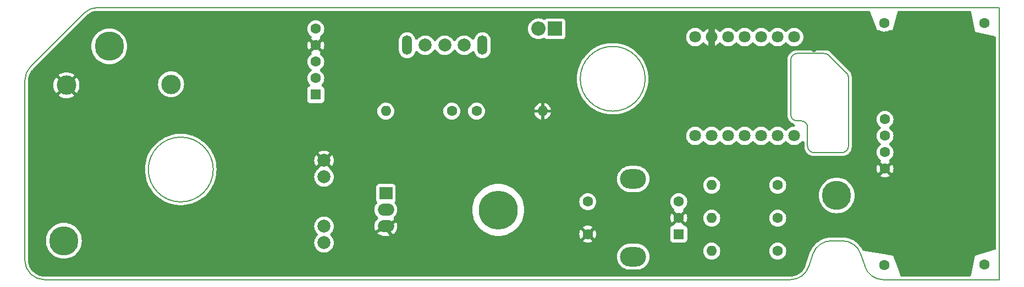
<source format=gbr>
%TF.GenerationSoftware,KiCad,Pcbnew,8.0.4*%
%TF.CreationDate,2024-09-24T16:35:55-04:00*%
%TF.ProjectId,cablight,6361626c-6967-4687-942e-6b696361645f,rev?*%
%TF.SameCoordinates,Original*%
%TF.FileFunction,Copper,L2,Bot*%
%TF.FilePolarity,Positive*%
%FSLAX46Y46*%
G04 Gerber Fmt 4.6, Leading zero omitted, Abs format (unit mm)*
G04 Created by KiCad (PCBNEW 8.0.4) date 2024-09-24 16:35:55*
%MOMM*%
%LPD*%
G01*
G04 APERTURE LIST*
G04 Aperture macros list*
%AMRoundRect*
0 Rectangle with rounded corners*
0 $1 Rounding radius*
0 $2 $3 $4 $5 $6 $7 $8 $9 X,Y pos of 4 corners*
0 Add a 4 corners polygon primitive as box body*
4,1,4,$2,$3,$4,$5,$6,$7,$8,$9,$2,$3,0*
0 Add four circle primitives for the rounded corners*
1,1,$1+$1,$2,$3*
1,1,$1+$1,$4,$5*
1,1,$1+$1,$6,$7*
1,1,$1+$1,$8,$9*
0 Add four rect primitives between the rounded corners*
20,1,$1+$1,$2,$3,$4,$5,0*
20,1,$1+$1,$4,$5,$6,$7,0*
20,1,$1+$1,$6,$7,$8,$9,0*
20,1,$1+$1,$8,$9,$2,$3,0*%
G04 Aperture macros list end*
%TA.AperFunction,ComponentPad*%
%ADD10R,1.600000X1.600000*%
%TD*%
%TA.AperFunction,ComponentPad*%
%ADD11C,1.600000*%
%TD*%
%TA.AperFunction,ComponentPad*%
%ADD12C,1.800000*%
%TD*%
%TA.AperFunction,ComponentPad*%
%ADD13O,1.600000X1.600000*%
%TD*%
%TA.AperFunction,ComponentPad*%
%ADD14C,3.000000*%
%TD*%
%TA.AperFunction,ComponentPad*%
%ADD15RoundRect,1.500000X0.500000X-0.000010X0.500000X0.000010X-0.500000X0.000010X-0.500000X-0.000010X0*%
%TD*%
%TA.AperFunction,ComponentPad*%
%ADD16C,4.500000*%
%TD*%
%TA.AperFunction,ComponentPad*%
%ADD17R,2.200000X2.200000*%
%TD*%
%TA.AperFunction,ComponentPad*%
%ADD18O,2.200000X2.200000*%
%TD*%
%TA.AperFunction,ComponentPad*%
%ADD19O,1.500000X3.000000*%
%TD*%
%TA.AperFunction,ComponentPad*%
%ADD20C,2.000000*%
%TD*%
%TA.AperFunction,ComponentPad*%
%ADD21R,2.000000X1.900000*%
%TD*%
%TA.AperFunction,ComponentPad*%
%ADD22O,2.500000X1.900000*%
%TD*%
%TA.AperFunction,ComponentPad*%
%ADD23C,6.000000*%
%TD*%
%TA.AperFunction,ViaPad*%
%ADD24C,0.900000*%
%TD*%
%TA.AperFunction,Profile*%
%ADD25C,0.150000*%
%TD*%
G04 APERTURE END LIST*
D10*
%TO.P,P1,1,PG*%
%TO.N,unconnected-(P1-PG-Pad1)*%
X154782000Y-93450000D03*
D11*
%TO.P,P1,2,SHDN*%
%TO.N,unconnected-(P1-SHDN-Pad2)*%
X154782000Y-90910000D03*
%TO.P,P1,3,VIN_24V*%
%TO.N,/+24V*%
X154782000Y-88370000D03*
%TO.P,P1,4,GND*%
%TO.N,<NO NET>*%
X154782000Y-85830000D03*
%TO.P,P1,5,VOUT_5V*%
%TO.N,/+5V*%
X154782000Y-83290000D03*
%TD*%
D12*
%TO.P,U1,1,GPIO_18*%
%TO.N,Net-(U1-GPIO_18)*%
X213202000Y-99800000D03*
%TO.P,U1,2,GPIO_17*%
%TO.N,Net-(SW1-S2)*%
X215742000Y-99800000D03*
%TO.P,U1,3,GPIO_9*%
%TO.N,Net-(U1-GPIO_9)*%
X218282000Y-99800000D03*
%TO.P,U1,4,GPIO_8*%
%TO.N,Net-(U1-GPIO_8)*%
X220822000Y-99800000D03*
%TO.P,U1,5,GPIO_7*%
%TO.N,unconnected-(U1-GPIO_7-Pad5)*%
X223362000Y-99800000D03*
%TO.P,U1,6,GPIO_6*%
%TO.N,Net-(S1-Echo)*%
X225902000Y-99800000D03*
%TO.P,U1,7,GPIO_5*%
%TO.N,unconnected-(U1-GPIO_5-Pad7)*%
X228442000Y-99800000D03*
%TO.P,U1,8,GPIO_16*%
%TO.N,Net-(S1-Trig)*%
X228442000Y-84560000D03*
%TO.P,U1,9,GPIO_36*%
%TO.N,unconnected-(U1-GPIO_36-Pad9)*%
X225902000Y-84560000D03*
%TO.P,U1,10,GPIO_37*%
%TO.N,unconnected-(U1-GPIO_37-Pad10)*%
X223362000Y-84560000D03*
%TO.P,U1,11,GPIO_35*%
%TO.N,unconnected-(U1-GPIO_35-Pad11)*%
X220822000Y-84560000D03*
%TO.P,U1,12,3.3V*%
%TO.N,/+3V3*%
X218282000Y-84560000D03*
%TO.P,U1,13,GND*%
%TO.N,<NO NET>*%
X215742000Y-84560000D03*
%TO.P,U1,14,5V*%
%TO.N,/+5V_MCU*%
X213202000Y-84560000D03*
%TD*%
D11*
%TO.P,S1,4,GND*%
%TO.N,<NO NET>*%
X242412000Y-104880000D03*
%TO.P,S1,3,Echo*%
%TO.N,Net-(S1-Echo)*%
X242412000Y-102340000D03*
%TO.P,S1,2,Trig*%
%TO.N,Net-(S1-Trig)*%
X242412000Y-99800000D03*
%TO.P,S1,1,Vin*%
%TO.N,/+3V3*%
X242412000Y-97260000D03*
%TO.P,S1,*%
%TO.N,*%
X242300000Y-119720000D03*
X257700000Y-119695000D03*
X242300000Y-82420000D03*
X257700000Y-82420000D03*
%TD*%
%TO.P,R1,1*%
%TO.N,/+3V3*%
X225902000Y-117580000D03*
D13*
%TO.P,R1,2*%
%TO.N,Net-(U1-GPIO_8)*%
X215742000Y-117580000D03*
%TD*%
D11*
%TO.P,R4,1*%
%TO.N,Net-(U1-GPIO_18)*%
X179547000Y-95990000D03*
D13*
%TO.P,R4,2*%
%TO.N,<NO NET>*%
X189707000Y-95990000D03*
%TD*%
D14*
%TO.P,TP2,1,1*%
%TO.N,/+5V*%
X132500000Y-91850000D03*
%TD*%
D15*
%TO.P,SW1,*%
%TO.N,*%
X203662000Y-118460000D03*
X203662000Y-106460000D03*
D11*
%TO.P,SW1,1,S1*%
%TO.N,<NO NET>*%
X196662000Y-114960000D03*
%TO.P,SW1,2,S2*%
%TO.N,Net-(SW1-S2)*%
X196662000Y-109960000D03*
D10*
%TO.P,SW1,A,A*%
%TO.N,Net-(U1-GPIO_8)*%
X210662000Y-114960000D03*
D11*
%TO.P,SW1,B,B*%
%TO.N,Net-(U1-GPIO_9)*%
X210662000Y-109960000D03*
%TO.P,SW1,C,C*%
%TO.N,<NO NET>*%
X210662000Y-112460000D03*
%TD*%
D16*
%TO.P,REF\u002A\u002A,M*%
%TO.N,N/C*%
X234982000Y-109000000D03*
%TD*%
D11*
%TO.P,R2,1*%
%TO.N,/+3V3*%
X225902000Y-112500000D03*
D13*
%TO.P,R2,2*%
%TO.N,Net-(U1-GPIO_9)*%
X215742000Y-112500000D03*
%TD*%
D17*
%TO.P,D1,1,K*%
%TO.N,/+5V_MCU*%
X191612000Y-83290000D03*
D18*
%TO.P,D1,2,A*%
%TO.N,/+5V_SW*%
X189072000Y-83290000D03*
%TD*%
D19*
%TO.P,SW3,*%
%TO.N,*%
X180442000Y-85830000D03*
D20*
X171642000Y-85830000D03*
D19*
X168842000Y-85830000D03*
D20*
%TO.P,SW3,1*%
%TO.N,/+5V*%
X174642000Y-85830000D03*
%TO.P,SW3,2*%
%TO.N,/+5V_SW*%
X177642000Y-85830000D03*
%TD*%
%TO.P,J1,1,Pin_1*%
%TO.N,/+24V*%
X156052000Y-106150000D03*
%TO.P,J1,2,Pin_2*%
%TO.N,<NO NET>*%
X156052000Y-103610000D03*
%TD*%
D21*
%TO.P,Q1,1,G*%
%TO.N,Net-(Q1-G)*%
X165577000Y-108690000D03*
D22*
%TO.P,Q1,2,D*%
%TO.N,/LED-*%
X165577000Y-111230000D03*
%TO.P,Q1,3,S*%
%TO.N,<NO NET>*%
X165577000Y-113770000D03*
%TD*%
D11*
%TO.P,R5,1*%
%TO.N,Net-(U1-GPIO_18)*%
X175737000Y-95990000D03*
D13*
%TO.P,R5,2*%
%TO.N,Net-(Q1-G)*%
X165577000Y-95990000D03*
%TD*%
D16*
%TO.P,REF\u002A\u002A,M*%
%TO.N,N/C*%
X123000000Y-86000000D03*
%TD*%
D11*
%TO.P,R3,1*%
%TO.N,/+3V3*%
X225902000Y-107420000D03*
D13*
%TO.P,R3,2*%
%TO.N,Net-(SW1-S2)*%
X215742000Y-107420000D03*
%TD*%
D20*
%TO.P,J2,1,Pin_1*%
%TO.N,/LED-*%
X156052000Y-116310000D03*
%TO.P,J2,2,Pin_2*%
%TO.N,/+24V*%
X156052000Y-113770000D03*
%TD*%
D23*
%TO.P,M3,M*%
%TO.N,N/C*%
X182882000Y-111240000D03*
%TD*%
D16*
%TO.P,REF\u002A\u002A,M*%
%TO.N,N/C*%
X116000000Y-116000000D03*
%TD*%
D14*
%TO.P,TP1,1,1*%
%TO.N,<NO NET>*%
X116397000Y-92000000D03*
%TD*%
D24*
%TO.N,<NO NET>*%
X206000000Y-102000000D03*
X240350000Y-97380000D03*
X222750000Y-120000000D03*
X245000000Y-89000000D03*
X240110000Y-88200000D03*
X236500000Y-105500000D03*
X222750000Y-103750000D03*
X252000000Y-113000000D03*
X230000000Y-110500000D03*
X190000000Y-102000000D03*
X239500000Y-110500000D03*
X251000000Y-89000000D03*
X189000000Y-111250000D03*
X254000000Y-95500000D03*
X226000000Y-97000000D03*
X222750000Y-115000000D03*
X183992000Y-85195000D03*
X246000000Y-113000000D03*
X226000000Y-90000000D03*
X239000000Y-101750000D03*
X178500000Y-105000000D03*
X240410000Y-93000000D03*
X213000000Y-104500000D03*
X222750000Y-110000000D03*
X227000000Y-103750000D03*
X235600000Y-84170000D03*
X178500000Y-117000000D03*
X176500000Y-99000000D03*
X254000000Y-107500000D03*
X230500000Y-105500000D03*
X231500000Y-86500000D03*
%TD*%
%TA.AperFunction,Conductor*%
%TO.N,<NO NET>*%
G36*
X239975614Y-80519454D02*
G01*
X240056396Y-80573430D01*
X240110372Y-80654212D01*
X240112857Y-80660448D01*
X241200000Y-83500000D01*
X241200001Y-83500000D01*
X241496538Y-83500000D01*
X241591826Y-83518954D01*
X241639357Y-83545030D01*
X241647266Y-83550568D01*
X241647270Y-83550570D01*
X241647272Y-83550571D01*
X241771008Y-83608270D01*
X241853504Y-83646739D01*
X242073308Y-83705635D01*
X242092984Y-83707356D01*
X242299994Y-83725468D01*
X242300000Y-83725468D01*
X242300006Y-83725468D01*
X242479668Y-83709749D01*
X242526692Y-83705635D01*
X242746496Y-83646739D01*
X242952734Y-83550568D01*
X242960640Y-83545031D01*
X243049565Y-83505903D01*
X243103462Y-83500000D01*
X243600000Y-83500000D01*
X244323217Y-80687488D01*
X244365305Y-80599923D01*
X244437698Y-80535129D01*
X244529377Y-80502971D01*
X244564372Y-80500500D01*
X255469461Y-80500500D01*
X255564749Y-80519454D01*
X255645531Y-80573430D01*
X255699507Y-80654212D01*
X255714121Y-80703213D01*
X256271004Y-83646737D01*
X256300000Y-83800000D01*
X259303129Y-84449325D01*
X259392252Y-84487985D01*
X259459802Y-84557814D01*
X259495488Y-84648178D01*
X259499500Y-84692698D01*
X259499500Y-117163052D01*
X259480546Y-117258340D01*
X259426570Y-117339122D01*
X259345788Y-117393098D01*
X259321458Y-117401728D01*
X256299999Y-118300000D01*
X255650676Y-121303122D01*
X255612013Y-121392252D01*
X255542184Y-121459802D01*
X255451820Y-121495488D01*
X255407300Y-121499500D01*
X245000585Y-121499500D01*
X244905297Y-121480546D01*
X244824515Y-121426570D01*
X244770539Y-121345788D01*
X244765663Y-121333040D01*
X244481964Y-120525589D01*
X243700000Y-118300000D01*
X242257640Y-118051317D01*
X239121865Y-117510665D01*
X239031183Y-117475796D01*
X238960747Y-117408879D01*
X238947335Y-117387690D01*
X238940558Y-117375685D01*
X238803352Y-117132627D01*
X238803345Y-117132617D01*
X238610533Y-116856739D01*
X238442294Y-116659441D01*
X238392136Y-116600619D01*
X238392122Y-116600605D01*
X238150191Y-116366645D01*
X238150175Y-116366630D01*
X237886891Y-116156940D01*
X237886885Y-116156936D01*
X237604693Y-115973466D01*
X237604689Y-115973464D01*
X237604686Y-115973462D01*
X237385218Y-115859091D01*
X237306201Y-115817913D01*
X237306199Y-115817912D01*
X237306195Y-115817910D01*
X236994162Y-115691712D01*
X236994154Y-115691709D01*
X236671465Y-115596031D01*
X236671468Y-115596031D01*
X236341056Y-115531743D01*
X236006021Y-115499450D01*
X235837728Y-115499499D01*
X235756576Y-115499499D01*
X235756560Y-115499500D01*
X234243440Y-115499500D01*
X234243424Y-115499499D01*
X234230818Y-115499499D01*
X233993980Y-115499431D01*
X233993971Y-115499432D01*
X233658952Y-115531721D01*
X233658948Y-115531722D01*
X233658939Y-115531723D01*
X233658936Y-115531724D01*
X233500178Y-115562613D01*
X233328531Y-115596010D01*
X233005823Y-115691696D01*
X232693796Y-115817892D01*
X232395303Y-115973445D01*
X232395287Y-115973455D01*
X232113096Y-116156924D01*
X231849812Y-116366615D01*
X231849795Y-116366630D01*
X231607856Y-116600598D01*
X231607851Y-116600603D01*
X231389445Y-116856734D01*
X231196642Y-117132597D01*
X231196630Y-117132617D01*
X231031165Y-117425734D01*
X231031159Y-117425747D01*
X230894588Y-117733362D01*
X230894585Y-117733369D01*
X230841804Y-117891867D01*
X230841781Y-117891936D01*
X230211191Y-119783702D01*
X230206343Y-119796978D01*
X230109355Y-120040851D01*
X230097438Y-120066476D01*
X229976795Y-120291532D01*
X229962054Y-120315638D01*
X229816681Y-120525589D01*
X229799303Y-120547869D01*
X229631075Y-120739997D01*
X229611289Y-120760161D01*
X229422383Y-120931984D01*
X229400433Y-120949782D01*
X229193266Y-121099101D01*
X229169441Y-121114296D01*
X228946704Y-121239172D01*
X228921311Y-121251571D01*
X228685850Y-121350410D01*
X228659215Y-121359851D01*
X228414076Y-121431373D01*
X228386543Y-121437736D01*
X228134876Y-121481022D01*
X228106800Y-121484224D01*
X227845125Y-121499099D01*
X227830993Y-121499500D01*
X113007528Y-121499500D01*
X112992494Y-121499046D01*
X112713749Y-121482185D01*
X112683899Y-121478560D01*
X112416642Y-121429583D01*
X112387448Y-121422387D01*
X112128049Y-121341555D01*
X112099934Y-121330893D01*
X111852160Y-121219379D01*
X111825535Y-121205405D01*
X111593010Y-121064838D01*
X111568265Y-121047758D01*
X111354383Y-120880193D01*
X111331876Y-120860254D01*
X111139745Y-120668123D01*
X111119806Y-120645616D01*
X110952241Y-120431734D01*
X110935161Y-120406989D01*
X110794594Y-120174464D01*
X110780620Y-120147839D01*
X110780344Y-120147226D01*
X110669103Y-119900059D01*
X110658444Y-119871950D01*
X110633279Y-119791193D01*
X110577610Y-119612546D01*
X110570416Y-119583357D01*
X110563262Y-119544317D01*
X110521437Y-119316088D01*
X110517815Y-119286261D01*
X110500954Y-119007504D01*
X110500500Y-118992471D01*
X110500500Y-116000000D01*
X113244473Y-116000000D01*
X113260230Y-116260500D01*
X113264565Y-116332153D01*
X113324542Y-116659432D01*
X113324544Y-116659442D01*
X113359860Y-116772774D01*
X113413297Y-116944262D01*
X113423539Y-116977128D01*
X113560100Y-117280554D01*
X113732246Y-117565318D01*
X113937452Y-117827245D01*
X113937454Y-117827247D01*
X113937458Y-117827252D01*
X114172748Y-118062542D01*
X114434682Y-118267754D01*
X114719443Y-118439898D01*
X115022877Y-118576463D01*
X115340559Y-118675456D01*
X115667847Y-118735434D01*
X115667848Y-118735434D01*
X115667858Y-118735436D01*
X116000000Y-118755527D01*
X116332142Y-118735436D01*
X116659441Y-118675456D01*
X116977123Y-118576463D01*
X117280557Y-118439898D01*
X117365495Y-118388551D01*
X201161500Y-118388551D01*
X201161500Y-118531448D01*
X201176804Y-118745429D01*
X201237631Y-119025045D01*
X201337631Y-119293158D01*
X201433271Y-119468308D01*
X201474774Y-119544315D01*
X201646261Y-119773395D01*
X201848605Y-119975739D01*
X201969816Y-120066476D01*
X202070030Y-120141496D01*
X202077685Y-120147226D01*
X202296356Y-120266630D01*
X202328841Y-120284368D01*
X202348049Y-120291532D01*
X202596954Y-120384369D01*
X202876572Y-120445196D01*
X203090552Y-120460500D01*
X203090557Y-120460500D01*
X204233443Y-120460500D01*
X204233448Y-120460500D01*
X204447428Y-120445196D01*
X204727046Y-120384369D01*
X204995161Y-120284367D01*
X205246315Y-120147226D01*
X205475395Y-119975739D01*
X205677739Y-119773395D01*
X205849226Y-119544315D01*
X205986367Y-119293161D01*
X206086369Y-119025046D01*
X206147196Y-118745428D01*
X206162500Y-118531448D01*
X206162500Y-118388552D01*
X206147196Y-118174572D01*
X206086369Y-117894954D01*
X205986367Y-117626839D01*
X205960788Y-117579994D01*
X214436532Y-117579994D01*
X214436532Y-117580005D01*
X214456363Y-117806679D01*
X214456365Y-117806694D01*
X214515261Y-118026496D01*
X214515262Y-118026499D01*
X214611428Y-118232727D01*
X214611436Y-118232741D01*
X214721222Y-118389532D01*
X214741953Y-118419139D01*
X214902861Y-118580047D01*
X214902864Y-118580049D01*
X214902865Y-118580050D01*
X215089258Y-118710563D01*
X215089262Y-118710565D01*
X215089266Y-118710568D01*
X215295504Y-118806739D01*
X215515308Y-118865635D01*
X215534984Y-118867356D01*
X215741994Y-118885468D01*
X215742000Y-118885468D01*
X215742006Y-118885468D01*
X215921668Y-118869749D01*
X215968692Y-118865635D01*
X216188496Y-118806739D01*
X216394734Y-118710568D01*
X216581139Y-118580047D01*
X216742047Y-118419139D01*
X216872568Y-118232734D01*
X216968739Y-118026496D01*
X217027635Y-117806692D01*
X217047468Y-117580000D01*
X217047468Y-117579994D01*
X224596532Y-117579994D01*
X224596532Y-117580005D01*
X224616363Y-117806679D01*
X224616365Y-117806694D01*
X224675261Y-118026496D01*
X224675262Y-118026499D01*
X224771428Y-118232727D01*
X224771436Y-118232741D01*
X224881222Y-118389532D01*
X224901953Y-118419139D01*
X225062861Y-118580047D01*
X225062864Y-118580049D01*
X225062865Y-118580050D01*
X225249258Y-118710563D01*
X225249262Y-118710565D01*
X225249266Y-118710568D01*
X225455504Y-118806739D01*
X225675308Y-118865635D01*
X225694984Y-118867356D01*
X225901994Y-118885468D01*
X225902000Y-118885468D01*
X225902006Y-118885468D01*
X226081668Y-118869749D01*
X226128692Y-118865635D01*
X226348496Y-118806739D01*
X226554734Y-118710568D01*
X226741139Y-118580047D01*
X226902047Y-118419139D01*
X227032568Y-118232734D01*
X227128739Y-118026496D01*
X227187635Y-117806692D01*
X227207468Y-117580000D01*
X227207468Y-117579994D01*
X227187636Y-117353320D01*
X227187635Y-117353308D01*
X227128739Y-117133504D01*
X227055817Y-116977123D01*
X227032571Y-116927272D01*
X227032563Y-116927258D01*
X226902050Y-116740865D01*
X226902049Y-116740864D01*
X226902047Y-116740861D01*
X226741139Y-116579953D01*
X226741135Y-116579950D01*
X226741134Y-116579949D01*
X226554741Y-116449436D01*
X226554727Y-116449428D01*
X226348499Y-116353262D01*
X226348496Y-116353261D01*
X226128694Y-116294365D01*
X226128679Y-116294363D01*
X225902006Y-116274532D01*
X225901994Y-116274532D01*
X225675320Y-116294363D01*
X225675305Y-116294365D01*
X225455503Y-116353261D01*
X225455500Y-116353262D01*
X225249272Y-116449428D01*
X225249258Y-116449436D01*
X225062865Y-116579949D01*
X224901949Y-116740865D01*
X224771436Y-116927258D01*
X224771428Y-116927272D01*
X224675262Y-117133500D01*
X224675261Y-117133503D01*
X224616365Y-117353305D01*
X224616363Y-117353320D01*
X224596532Y-117579994D01*
X217047468Y-117579994D01*
X217027636Y-117353320D01*
X217027635Y-117353308D01*
X216968739Y-117133504D01*
X216895817Y-116977123D01*
X216872571Y-116927272D01*
X216872563Y-116927258D01*
X216742050Y-116740865D01*
X216742049Y-116740864D01*
X216742047Y-116740861D01*
X216581139Y-116579953D01*
X216581135Y-116579950D01*
X216581134Y-116579949D01*
X216394741Y-116449436D01*
X216394727Y-116449428D01*
X216188499Y-116353262D01*
X216188496Y-116353261D01*
X215968694Y-116294365D01*
X215968679Y-116294363D01*
X215742006Y-116274532D01*
X215741994Y-116274532D01*
X215515320Y-116294363D01*
X215515305Y-116294365D01*
X215295503Y-116353261D01*
X215295500Y-116353262D01*
X215089272Y-116449428D01*
X215089258Y-116449436D01*
X214902865Y-116579949D01*
X214741949Y-116740865D01*
X214611436Y-116927258D01*
X214611428Y-116927272D01*
X214515262Y-117133500D01*
X214515261Y-117133503D01*
X214456365Y-117353305D01*
X214456363Y-117353320D01*
X214436532Y-117579994D01*
X205960788Y-117579994D01*
X205849226Y-117375685D01*
X205677739Y-117146605D01*
X205475395Y-116944261D01*
X205281181Y-116798874D01*
X205246317Y-116772775D01*
X204995158Y-116635631D01*
X204849970Y-116581479D01*
X204727046Y-116535631D01*
X204727047Y-116535631D01*
X204447429Y-116474804D01*
X204233448Y-116459500D01*
X203090552Y-116459500D01*
X203090551Y-116459500D01*
X202876570Y-116474804D01*
X202596954Y-116535631D01*
X202328841Y-116635631D01*
X202077682Y-116772775D01*
X201917581Y-116892626D01*
X201848605Y-116944261D01*
X201848604Y-116944262D01*
X201646262Y-117146604D01*
X201646260Y-117146607D01*
X201474775Y-117375682D01*
X201337631Y-117626841D01*
X201237631Y-117894954D01*
X201176804Y-118174570D01*
X201161500Y-118388551D01*
X117365495Y-118388551D01*
X117565318Y-118267754D01*
X117827252Y-118062542D01*
X118062542Y-117827252D01*
X118267754Y-117565318D01*
X118439898Y-117280557D01*
X118576463Y-116977123D01*
X118675456Y-116659441D01*
X118735436Y-116332142D01*
X118755527Y-116000000D01*
X118735436Y-115667858D01*
X118675456Y-115340559D01*
X118576463Y-115022877D01*
X118439898Y-114719443D01*
X118267754Y-114434682D01*
X118130023Y-114258881D01*
X118062547Y-114172754D01*
X118062545Y-114172752D01*
X118062542Y-114172748D01*
X117827252Y-113937458D01*
X117827247Y-113937454D01*
X117827245Y-113937452D01*
X117613508Y-113770000D01*
X154546357Y-113770000D01*
X154566892Y-114017823D01*
X154566894Y-114017831D01*
X154625718Y-114250119D01*
X154627937Y-114258881D01*
X154649270Y-114307515D01*
X154727825Y-114486603D01*
X154727828Y-114486608D01*
X154863830Y-114694778D01*
X154863831Y-114694779D01*
X154863834Y-114694783D01*
X154863836Y-114694785D01*
X154935268Y-114772381D01*
X155026382Y-114871357D01*
X155076974Y-114954301D01*
X155091973Y-115050291D01*
X155069097Y-115144714D01*
X155026382Y-115208643D01*
X154863831Y-115385220D01*
X154863830Y-115385221D01*
X154727828Y-115593391D01*
X154727825Y-115593396D01*
X154627936Y-115821121D01*
X154627935Y-115821125D01*
X154566894Y-116062168D01*
X154566892Y-116062176D01*
X154546357Y-116310000D01*
X154566892Y-116557823D01*
X154566894Y-116557831D01*
X154592626Y-116659442D01*
X154627937Y-116798881D01*
X154669065Y-116892643D01*
X154727825Y-117026603D01*
X154727828Y-117026608D01*
X154863830Y-117234778D01*
X154863836Y-117234785D01*
X155032248Y-117417730D01*
X155032252Y-117417733D01*
X155032256Y-117417738D01*
X155032260Y-117417741D01*
X155032261Y-117417742D01*
X155228485Y-117570470D01*
X155228487Y-117570471D01*
X155228491Y-117570474D01*
X155447190Y-117688828D01*
X155516736Y-117712703D01*
X155682378Y-117769569D01*
X155682382Y-117769569D01*
X155682386Y-117769571D01*
X155927665Y-117810500D01*
X156176335Y-117810500D01*
X156421614Y-117769571D01*
X156421618Y-117769569D01*
X156421621Y-117769569D01*
X156527064Y-117733370D01*
X156656810Y-117688828D01*
X156875509Y-117570474D01*
X157071744Y-117417738D01*
X157240164Y-117234785D01*
X157376173Y-117026607D01*
X157476063Y-116798881D01*
X157537108Y-116557821D01*
X157557643Y-116310000D01*
X157537108Y-116062179D01*
X157476063Y-115821119D01*
X157376173Y-115593393D01*
X157314797Y-115499450D01*
X157240169Y-115385221D01*
X157240163Y-115385214D01*
X157199053Y-115340557D01*
X157077617Y-115208642D01*
X157027026Y-115125700D01*
X157012026Y-115029710D01*
X157034901Y-114935287D01*
X157077618Y-114871357D01*
X157240164Y-114694785D01*
X157376173Y-114486607D01*
X157476063Y-114258881D01*
X157537108Y-114017821D01*
X157557643Y-113770000D01*
X157537108Y-113522179D01*
X157476063Y-113281119D01*
X157376173Y-113053393D01*
X157306334Y-112946496D01*
X157240169Y-112845221D01*
X157240163Y-112845214D01*
X157071751Y-112662269D01*
X157071747Y-112662265D01*
X157071744Y-112662262D01*
X157071738Y-112662257D01*
X156875514Y-112509529D01*
X156875510Y-112509526D01*
X156875509Y-112509526D01*
X156783991Y-112459999D01*
X156656811Y-112391172D01*
X156421621Y-112310430D01*
X156421610Y-112310428D01*
X156176335Y-112269500D01*
X155927665Y-112269500D01*
X155682389Y-112310428D01*
X155682378Y-112310430D01*
X155447188Y-112391172D01*
X155228485Y-112509529D01*
X155032261Y-112662257D01*
X155032248Y-112662269D01*
X154863836Y-112845214D01*
X154863830Y-112845221D01*
X154727828Y-113053391D01*
X154727825Y-113053396D01*
X154627936Y-113281121D01*
X154627935Y-113281125D01*
X154566894Y-113522168D01*
X154566892Y-113522176D01*
X154546357Y-113770000D01*
X117613508Y-113770000D01*
X117565318Y-113732246D01*
X117280554Y-113560100D01*
X116977128Y-113423539D01*
X116977126Y-113423538D01*
X116977123Y-113423537D01*
X116790811Y-113365480D01*
X116659442Y-113324544D01*
X116659432Y-113324542D01*
X116332152Y-113264565D01*
X116332155Y-113264565D01*
X116332143Y-113264564D01*
X116332142Y-113264564D01*
X116000000Y-113244473D01*
X115667858Y-113264564D01*
X115667855Y-113264564D01*
X115667846Y-113264565D01*
X115340567Y-113324542D01*
X115340557Y-113324544D01*
X115022871Y-113423539D01*
X114719445Y-113560100D01*
X114434681Y-113732246D01*
X114172754Y-113937452D01*
X113937452Y-114172754D01*
X113732246Y-114434681D01*
X113560100Y-114719445D01*
X113423539Y-115022871D01*
X113324544Y-115340557D01*
X113324542Y-115340567D01*
X113264565Y-115667846D01*
X113264564Y-115667855D01*
X113264564Y-115667858D01*
X113244473Y-116000000D01*
X110500500Y-116000000D01*
X110500500Y-111115847D01*
X163826500Y-111115847D01*
X163826500Y-111344152D01*
X163826501Y-111344168D01*
X163862215Y-111569656D01*
X163862216Y-111569660D01*
X163882664Y-111632591D01*
X163932767Y-111786794D01*
X163932769Y-111786799D01*
X164036418Y-111990224D01*
X164036419Y-111990224D01*
X164036421Y-111990228D01*
X164170621Y-112174937D01*
X164319970Y-112324286D01*
X164373944Y-112405065D01*
X164392898Y-112500353D01*
X164373944Y-112595641D01*
X164319968Y-112676423D01*
X164170999Y-112825391D01*
X164036848Y-113010034D01*
X163933237Y-113213382D01*
X163933229Y-113213399D01*
X163862703Y-113430460D01*
X163827001Y-113655872D01*
X163827000Y-113655887D01*
X163827000Y-113884112D01*
X163827001Y-113884127D01*
X163862703Y-114109539D01*
X163933230Y-114326601D01*
X163974078Y-114406771D01*
X164977000Y-113827734D01*
X164977000Y-113848991D01*
X165017889Y-114001591D01*
X165096881Y-114138408D01*
X165208592Y-114250119D01*
X165226998Y-114260746D01*
X164269785Y-114813394D01*
X164332391Y-114876000D01*
X164517034Y-115010151D01*
X164720382Y-115113762D01*
X164720399Y-115113770D01*
X164937460Y-115184296D01*
X165162872Y-115219998D01*
X165162887Y-115220000D01*
X165991114Y-115220000D01*
X165991124Y-115219999D01*
X166114224Y-115200501D01*
X166114225Y-115200500D01*
X165634736Y-114370000D01*
X165655991Y-114370000D01*
X165808591Y-114329111D01*
X165945408Y-114250119D01*
X166057119Y-114138408D01*
X166067746Y-114120000D01*
X166594242Y-115031918D01*
X166594243Y-115031918D01*
X166636968Y-115010149D01*
X166821605Y-114876003D01*
X166983000Y-114714608D01*
X167117151Y-114529965D01*
X167220762Y-114326617D01*
X167220770Y-114326600D01*
X167291296Y-114109539D01*
X167326998Y-113884127D01*
X167327000Y-113884112D01*
X167327000Y-113655887D01*
X167326998Y-113655872D01*
X167291296Y-113430459D01*
X167220769Y-113213397D01*
X167220765Y-113213387D01*
X167179921Y-113133226D01*
X167179920Y-113133226D01*
X166177000Y-113712262D01*
X166177000Y-113691009D01*
X166136111Y-113538409D01*
X166057119Y-113401592D01*
X165945408Y-113289881D01*
X165926999Y-113279252D01*
X166884213Y-112726604D01*
X166834032Y-112676423D01*
X166780056Y-112595641D01*
X166761102Y-112500353D01*
X166780056Y-112405065D01*
X166834029Y-112324286D01*
X166983379Y-112174937D01*
X167117579Y-111990228D01*
X167221231Y-111786799D01*
X167291784Y-111569660D01*
X167327500Y-111344157D01*
X167327500Y-111239998D01*
X178876675Y-111239998D01*
X178876675Y-111240001D01*
X178895962Y-111632591D01*
X178953636Y-112021400D01*
X179049141Y-112402678D01*
X179049141Y-112402679D01*
X179087373Y-112509529D01*
X179179499Y-112767007D01*
X179181565Y-112772779D01*
X179349620Y-113128099D01*
X179364386Y-113152734D01*
X179551694Y-113465239D01*
X179745635Y-113726738D01*
X179785843Y-113780952D01*
X179785847Y-113780957D01*
X179927692Y-113937458D01*
X180049808Y-114072192D01*
X180093873Y-114112130D01*
X180333273Y-114329111D01*
X180341049Y-114336158D01*
X180656761Y-114570306D01*
X180993903Y-114772381D01*
X181349228Y-114940438D01*
X181719316Y-115072857D01*
X182100600Y-115168364D01*
X182489409Y-115226038D01*
X182845230Y-115243518D01*
X182881998Y-115245325D01*
X182882000Y-115245325D01*
X182882002Y-115245325D01*
X182917124Y-115243599D01*
X183274591Y-115226038D01*
X183663400Y-115168364D01*
X184044684Y-115072857D01*
X184360100Y-114960000D01*
X195357034Y-114960000D01*
X195376859Y-115186602D01*
X195376859Y-115186603D01*
X195435732Y-115406323D01*
X195531867Y-115612486D01*
X195531869Y-115612488D01*
X195582972Y-115685471D01*
X195582974Y-115685471D01*
X196179037Y-115089408D01*
X196196075Y-115152993D01*
X196261901Y-115267007D01*
X196354993Y-115360099D01*
X196469007Y-115425925D01*
X196532589Y-115442962D01*
X195936527Y-116039023D01*
X195936527Y-116039025D01*
X196009515Y-116090132D01*
X196215676Y-116186267D01*
X196435396Y-116245140D01*
X196662000Y-116264965D01*
X196888602Y-116245140D01*
X196888603Y-116245140D01*
X197108326Y-116186266D01*
X197314476Y-116090137D01*
X197314483Y-116090133D01*
X197387471Y-116039025D01*
X196791408Y-115442962D01*
X196854993Y-115425925D01*
X196969007Y-115360099D01*
X197062099Y-115267007D01*
X197127925Y-115152993D01*
X197144962Y-115089408D01*
X197741025Y-115685471D01*
X197792133Y-115612483D01*
X197792137Y-115612476D01*
X197888266Y-115406326D01*
X197947140Y-115186603D01*
X197947140Y-115186602D01*
X197966965Y-114960000D01*
X197947140Y-114733397D01*
X197947140Y-114733396D01*
X197888267Y-114513676D01*
X197792132Y-114307515D01*
X197741025Y-114234527D01*
X197741023Y-114234527D01*
X197144962Y-114830589D01*
X197127925Y-114767007D01*
X197062099Y-114652993D01*
X196969007Y-114559901D01*
X196854993Y-114494075D01*
X196791408Y-114477037D01*
X197387471Y-113880974D01*
X197387471Y-113880972D01*
X197314488Y-113829869D01*
X197314486Y-113829867D01*
X197108323Y-113733732D01*
X196888603Y-113674859D01*
X196662000Y-113655034D01*
X196435397Y-113674859D01*
X196435396Y-113674859D01*
X196215676Y-113733732D01*
X196009514Y-113829867D01*
X196009510Y-113829870D01*
X195936527Y-113880972D01*
X195936527Y-113880973D01*
X196532591Y-114477037D01*
X196469007Y-114494075D01*
X196354993Y-114559901D01*
X196261901Y-114652993D01*
X196196075Y-114767007D01*
X196179037Y-114830591D01*
X195582973Y-114234527D01*
X195582972Y-114234527D01*
X195531870Y-114307510D01*
X195531867Y-114307514D01*
X195435732Y-114513676D01*
X195376859Y-114733396D01*
X195376859Y-114733397D01*
X195357034Y-114960000D01*
X184360100Y-114960000D01*
X184414772Y-114940438D01*
X184770097Y-114772381D01*
X185107239Y-114570306D01*
X185422951Y-114336158D01*
X185714192Y-114072192D01*
X185978158Y-113780951D01*
X186212306Y-113465239D01*
X186414381Y-113128097D01*
X186582438Y-112772772D01*
X186714857Y-112402684D01*
X186810364Y-112021400D01*
X186868038Y-111632591D01*
X186887325Y-111240000D01*
X186868038Y-110847409D01*
X186810364Y-110458600D01*
X186714857Y-110077316D01*
X186672879Y-109959994D01*
X195356532Y-109959994D01*
X195356532Y-109960005D01*
X195376363Y-110186679D01*
X195376365Y-110186694D01*
X195435261Y-110406496D01*
X195435262Y-110406499D01*
X195531428Y-110612727D01*
X195531436Y-110612741D01*
X195661949Y-110799134D01*
X195661953Y-110799139D01*
X195822861Y-110960047D01*
X195822864Y-110960049D01*
X195822865Y-110960050D01*
X196009258Y-111090563D01*
X196009262Y-111090565D01*
X196009266Y-111090568D01*
X196009270Y-111090569D01*
X196009272Y-111090571D01*
X196133008Y-111148270D01*
X196215504Y-111186739D01*
X196435308Y-111245635D01*
X196454984Y-111247356D01*
X196661994Y-111265468D01*
X196662000Y-111265468D01*
X196662006Y-111265468D01*
X196841668Y-111249749D01*
X196888692Y-111245635D01*
X197108496Y-111186739D01*
X197314734Y-111090568D01*
X197501139Y-110960047D01*
X197662047Y-110799139D01*
X197792568Y-110612734D01*
X197888739Y-110406496D01*
X197947635Y-110186692D01*
X197964183Y-109997546D01*
X197967468Y-109960005D01*
X197967468Y-109959994D01*
X209356532Y-109959994D01*
X209356532Y-109960005D01*
X209376363Y-110186679D01*
X209376365Y-110186694D01*
X209435261Y-110406496D01*
X209435262Y-110406499D01*
X209531428Y-110612727D01*
X209531436Y-110612741D01*
X209661949Y-110799134D01*
X209661953Y-110799139D01*
X209822861Y-110960047D01*
X209875681Y-110997031D01*
X209888969Y-111006336D01*
X209956153Y-111076517D01*
X209991365Y-111167067D01*
X209989246Y-111264199D01*
X209950117Y-111353126D01*
X209937894Y-111365348D01*
X209936527Y-111380973D01*
X210532591Y-111977037D01*
X210469007Y-111994075D01*
X210354993Y-112059901D01*
X210261901Y-112152993D01*
X210196075Y-112267007D01*
X210179037Y-112330591D01*
X209582973Y-111734527D01*
X209582972Y-111734527D01*
X209531870Y-111807510D01*
X209531867Y-111807514D01*
X209435732Y-112013676D01*
X209376859Y-112233396D01*
X209376859Y-112233397D01*
X209357034Y-112460000D01*
X209376859Y-112686602D01*
X209376859Y-112686603D01*
X209435732Y-112906323D01*
X209531867Y-113112486D01*
X209531869Y-113112488D01*
X209582973Y-113185471D01*
X210179037Y-112589408D01*
X210196075Y-112652993D01*
X210261901Y-112767007D01*
X210354993Y-112860099D01*
X210469007Y-112925925D01*
X210532589Y-112942962D01*
X209876694Y-113598856D01*
X209795913Y-113652832D01*
X209757853Y-113665120D01*
X209754152Y-113665994D01*
X209745887Y-113666288D01*
X209732344Y-113674179D01*
X209619669Y-113716204D01*
X209504455Y-113802453D01*
X209504453Y-113802455D01*
X209418204Y-113917669D01*
X209367908Y-114052518D01*
X209361500Y-114112123D01*
X209361500Y-115807865D01*
X209361500Y-115807868D01*
X209361501Y-115807872D01*
X209362925Y-115821119D01*
X209367908Y-115867480D01*
X209367909Y-115867484D01*
X209418203Y-116002329D01*
X209418204Y-116002331D01*
X209504454Y-116117546D01*
X209619669Y-116203796D01*
X209754517Y-116254091D01*
X209814127Y-116260500D01*
X211509872Y-116260499D01*
X211569483Y-116254091D01*
X211704331Y-116203796D01*
X211819546Y-116117546D01*
X211905796Y-116002331D01*
X211956091Y-115867483D01*
X211962500Y-115807873D01*
X211962499Y-114112128D01*
X211956091Y-114052517D01*
X211905796Y-113917669D01*
X211819546Y-113802454D01*
X211704331Y-113716204D01*
X211690733Y-113711132D01*
X211591653Y-113674177D01*
X211580389Y-113667219D01*
X211569813Y-113665987D01*
X211566110Y-113665112D01*
X211477735Y-113624753D01*
X211447301Y-113598855D01*
X210791408Y-112942962D01*
X210854993Y-112925925D01*
X210969007Y-112860099D01*
X211062099Y-112767007D01*
X211127925Y-112652993D01*
X211144962Y-112589408D01*
X211741025Y-113185471D01*
X211792133Y-113112483D01*
X211792137Y-113112476D01*
X211888266Y-112906326D01*
X211947140Y-112686603D01*
X211947140Y-112686602D01*
X211963466Y-112499994D01*
X214436532Y-112499994D01*
X214436532Y-112500005D01*
X214456363Y-112726679D01*
X214456365Y-112726694D01*
X214515261Y-112946496D01*
X214515262Y-112946499D01*
X214611428Y-113152727D01*
X214611436Y-113152741D01*
X214741949Y-113339134D01*
X214741953Y-113339139D01*
X214902861Y-113500047D01*
X214902864Y-113500049D01*
X214902865Y-113500050D01*
X215089258Y-113630563D01*
X215089262Y-113630565D01*
X215089266Y-113630568D01*
X215089270Y-113630569D01*
X215089272Y-113630571D01*
X215165222Y-113665987D01*
X215295504Y-113726739D01*
X215515308Y-113785635D01*
X215534984Y-113787356D01*
X215741994Y-113805468D01*
X215742000Y-113805468D01*
X215742006Y-113805468D01*
X215921668Y-113789749D01*
X215968692Y-113785635D01*
X216188496Y-113726739D01*
X216394734Y-113630568D01*
X216581139Y-113500047D01*
X216742047Y-113339139D01*
X216872568Y-113152734D01*
X216968739Y-112946496D01*
X217027635Y-112726692D01*
X217034801Y-112644784D01*
X217047468Y-112500005D01*
X217047468Y-112499994D01*
X224596532Y-112499994D01*
X224596532Y-112500005D01*
X224616363Y-112726679D01*
X224616365Y-112726694D01*
X224675261Y-112946496D01*
X224675262Y-112946499D01*
X224771428Y-113152727D01*
X224771436Y-113152741D01*
X224901949Y-113339134D01*
X224901953Y-113339139D01*
X225062861Y-113500047D01*
X225062864Y-113500049D01*
X225062865Y-113500050D01*
X225249258Y-113630563D01*
X225249262Y-113630565D01*
X225249266Y-113630568D01*
X225249270Y-113630569D01*
X225249272Y-113630571D01*
X225325222Y-113665987D01*
X225455504Y-113726739D01*
X225675308Y-113785635D01*
X225694984Y-113787356D01*
X225901994Y-113805468D01*
X225902000Y-113805468D01*
X225902006Y-113805468D01*
X226081668Y-113789749D01*
X226128692Y-113785635D01*
X226348496Y-113726739D01*
X226554734Y-113630568D01*
X226741139Y-113500047D01*
X226902047Y-113339139D01*
X227032568Y-113152734D01*
X227128739Y-112946496D01*
X227187635Y-112726692D01*
X227194801Y-112644784D01*
X227207468Y-112500005D01*
X227207468Y-112499994D01*
X227187636Y-112273320D01*
X227187635Y-112273308D01*
X227128739Y-112053504D01*
X227032568Y-111847266D01*
X227032565Y-111847262D01*
X227032563Y-111847258D01*
X226902050Y-111660865D01*
X226902049Y-111660864D01*
X226902047Y-111660861D01*
X226741139Y-111499953D01*
X226741135Y-111499950D01*
X226741134Y-111499949D01*
X226554741Y-111369436D01*
X226554727Y-111369428D01*
X226348499Y-111273262D01*
X226348496Y-111273261D01*
X226128694Y-111214365D01*
X226128679Y-111214363D01*
X225902006Y-111194532D01*
X225901994Y-111194532D01*
X225675320Y-111214363D01*
X225675305Y-111214365D01*
X225455503Y-111273261D01*
X225455500Y-111273262D01*
X225249272Y-111369428D01*
X225249258Y-111369436D01*
X225062865Y-111499949D01*
X224901949Y-111660865D01*
X224771436Y-111847258D01*
X224771428Y-111847272D01*
X224675262Y-112053500D01*
X224675261Y-112053503D01*
X224616365Y-112273305D01*
X224616363Y-112273320D01*
X224596532Y-112499994D01*
X217047468Y-112499994D01*
X217027636Y-112273320D01*
X217027635Y-112273308D01*
X216968739Y-112053504D01*
X216872568Y-111847266D01*
X216872565Y-111847262D01*
X216872563Y-111847258D01*
X216742050Y-111660865D01*
X216742049Y-111660864D01*
X216742047Y-111660861D01*
X216581139Y-111499953D01*
X216581135Y-111499950D01*
X216581134Y-111499949D01*
X216394741Y-111369436D01*
X216394727Y-111369428D01*
X216188499Y-111273262D01*
X216188496Y-111273261D01*
X215968694Y-111214365D01*
X215968679Y-111214363D01*
X215742006Y-111194532D01*
X215741994Y-111194532D01*
X215515320Y-111214363D01*
X215515305Y-111214365D01*
X215295503Y-111273261D01*
X215295500Y-111273262D01*
X215089272Y-111369428D01*
X215089258Y-111369436D01*
X214902865Y-111499949D01*
X214741949Y-111660865D01*
X214611436Y-111847258D01*
X214611428Y-111847272D01*
X214515262Y-112053500D01*
X214515261Y-112053503D01*
X214456365Y-112273305D01*
X214456363Y-112273320D01*
X214436532Y-112499994D01*
X211963466Y-112499994D01*
X211966965Y-112460000D01*
X211947140Y-112233397D01*
X211947140Y-112233396D01*
X211888267Y-112013676D01*
X211792132Y-111807515D01*
X211741025Y-111734527D01*
X211741023Y-111734527D01*
X211144962Y-112330589D01*
X211127925Y-112267007D01*
X211062099Y-112152993D01*
X210969007Y-112059901D01*
X210854993Y-111994075D01*
X210791408Y-111977037D01*
X211387471Y-111380974D01*
X211385894Y-111362946D01*
X211367844Y-111344091D01*
X211332632Y-111253541D01*
X211334753Y-111156409D01*
X211373882Y-111067483D01*
X211435028Y-111006337D01*
X211501139Y-110960047D01*
X211662047Y-110799139D01*
X211792568Y-110612734D01*
X211888739Y-110406496D01*
X211947635Y-110186692D01*
X211964183Y-109997546D01*
X211967468Y-109960005D01*
X211967468Y-109959994D01*
X211947636Y-109733320D01*
X211947635Y-109733308D01*
X211888739Y-109513504D01*
X211804168Y-109332142D01*
X211792571Y-109307272D01*
X211792563Y-109307258D01*
X211662050Y-109120865D01*
X211662049Y-109120864D01*
X211662047Y-109120861D01*
X211541186Y-109000000D01*
X232226473Y-109000000D01*
X232246297Y-109327734D01*
X232246565Y-109332153D01*
X232306542Y-109659432D01*
X232306544Y-109659442D01*
X232321432Y-109707220D01*
X232400612Y-109961319D01*
X232405539Y-109977128D01*
X232542100Y-110280554D01*
X232714246Y-110565318D01*
X232919452Y-110827245D01*
X232919454Y-110827247D01*
X232919458Y-110827252D01*
X233154748Y-111062542D01*
X233154752Y-111062545D01*
X233154754Y-111062547D01*
X233190524Y-111090571D01*
X233416682Y-111267754D01*
X233701443Y-111439898D01*
X234004877Y-111576463D01*
X234322559Y-111675456D01*
X234649847Y-111735434D01*
X234649848Y-111735434D01*
X234649858Y-111735436D01*
X234982000Y-111755527D01*
X235314142Y-111735436D01*
X235641441Y-111675456D01*
X235959123Y-111576463D01*
X236262557Y-111439898D01*
X236547318Y-111267754D01*
X236809252Y-111062542D01*
X237044542Y-110827252D01*
X237249754Y-110565318D01*
X237421898Y-110280557D01*
X237558463Y-109977123D01*
X237657456Y-109659441D01*
X237717436Y-109332142D01*
X237737527Y-109000000D01*
X237717436Y-108667858D01*
X237713565Y-108646737D01*
X237679095Y-108458639D01*
X237657456Y-108340559D01*
X237558463Y-108022877D01*
X237421898Y-107719443D01*
X237249754Y-107434682D01*
X237141263Y-107296203D01*
X237044547Y-107172754D01*
X237044545Y-107172752D01*
X237044542Y-107172748D01*
X236809252Y-106937458D01*
X236809247Y-106937454D01*
X236809245Y-106937452D01*
X236547318Y-106732246D01*
X236262554Y-106560100D01*
X235959128Y-106423539D01*
X235959126Y-106423538D01*
X235959123Y-106423537D01*
X235772811Y-106365480D01*
X235641442Y-106324544D01*
X235641432Y-106324542D01*
X235314152Y-106264565D01*
X235314155Y-106264565D01*
X235314143Y-106264564D01*
X235314142Y-106264564D01*
X234982000Y-106244473D01*
X234649858Y-106264564D01*
X234649855Y-106264564D01*
X234649846Y-106264565D01*
X234322567Y-106324542D01*
X234322557Y-106324544D01*
X234087403Y-106397821D01*
X234016392Y-106419949D01*
X234004871Y-106423539D01*
X233701445Y-106560100D01*
X233416681Y-106732246D01*
X233154754Y-106937452D01*
X232919452Y-107172754D01*
X232714246Y-107434681D01*
X232542100Y-107719445D01*
X232405539Y-108022871D01*
X232306544Y-108340557D01*
X232306542Y-108340567D01*
X232246565Y-108667846D01*
X232246564Y-108667855D01*
X232246564Y-108667858D01*
X232226473Y-109000000D01*
X211541186Y-109000000D01*
X211501139Y-108959953D01*
X211501135Y-108959950D01*
X211501134Y-108959949D01*
X211314741Y-108829436D01*
X211314727Y-108829428D01*
X211108499Y-108733262D01*
X211108496Y-108733261D01*
X210888694Y-108674365D01*
X210888679Y-108674363D01*
X210662006Y-108654532D01*
X210661994Y-108654532D01*
X210435320Y-108674363D01*
X210435305Y-108674365D01*
X210215503Y-108733261D01*
X210215500Y-108733262D01*
X210009272Y-108829428D01*
X210009258Y-108829436D01*
X209822865Y-108959949D01*
X209661949Y-109120865D01*
X209531436Y-109307258D01*
X209531428Y-109307272D01*
X209435262Y-109513500D01*
X209435261Y-109513503D01*
X209376365Y-109733305D01*
X209376363Y-109733320D01*
X209356532Y-109959994D01*
X197967468Y-109959994D01*
X197947636Y-109733320D01*
X197947635Y-109733308D01*
X197888739Y-109513504D01*
X197804168Y-109332142D01*
X197792571Y-109307272D01*
X197792563Y-109307258D01*
X197662050Y-109120865D01*
X197662049Y-109120864D01*
X197662047Y-109120861D01*
X197501139Y-108959953D01*
X197501135Y-108959950D01*
X197501134Y-108959949D01*
X197314741Y-108829436D01*
X197314727Y-108829428D01*
X197108499Y-108733262D01*
X197108496Y-108733261D01*
X196888694Y-108674365D01*
X196888679Y-108674363D01*
X196662006Y-108654532D01*
X196661994Y-108654532D01*
X196435320Y-108674363D01*
X196435305Y-108674365D01*
X196215503Y-108733261D01*
X196215500Y-108733262D01*
X196009272Y-108829428D01*
X196009258Y-108829436D01*
X195822865Y-108959949D01*
X195661949Y-109120865D01*
X195531436Y-109307258D01*
X195531428Y-109307272D01*
X195435262Y-109513500D01*
X195435261Y-109513503D01*
X195376365Y-109733305D01*
X195376363Y-109733320D01*
X195356532Y-109959994D01*
X186672879Y-109959994D01*
X186582438Y-109707228D01*
X186414381Y-109351903D01*
X186212306Y-109014761D01*
X185978158Y-108699049D01*
X185714192Y-108407808D01*
X185577996Y-108284367D01*
X185422957Y-108143847D01*
X185422952Y-108143843D01*
X185422951Y-108143842D01*
X185107239Y-107909694D01*
X184770097Y-107707619D01*
X184424826Y-107544317D01*
X184414779Y-107539565D01*
X184414776Y-107539564D01*
X184414772Y-107539562D01*
X184044684Y-107407143D01*
X184044682Y-107407142D01*
X184044678Y-107407141D01*
X183663400Y-107311636D01*
X183274591Y-107253962D01*
X182882002Y-107234675D01*
X182881998Y-107234675D01*
X182489408Y-107253962D01*
X182100599Y-107311636D01*
X181719321Y-107407141D01*
X181719320Y-107407141D01*
X181466309Y-107497670D01*
X181379231Y-107528827D01*
X181349220Y-107539565D01*
X180993900Y-107707620D01*
X180656764Y-107909692D01*
X180341047Y-108143843D01*
X180341042Y-108143847D01*
X180049817Y-108407799D01*
X180049799Y-108407817D01*
X179785847Y-108699042D01*
X179785843Y-108699047D01*
X179551692Y-109014764D01*
X179349620Y-109351900D01*
X179181565Y-109707220D01*
X179181562Y-109707226D01*
X179181562Y-109707228D01*
X179172226Y-109733320D01*
X179049141Y-110077320D01*
X179049141Y-110077321D01*
X178953636Y-110458599D01*
X178895962Y-110847408D01*
X178876675Y-111239998D01*
X167327500Y-111239998D01*
X167327500Y-111115843D01*
X167291784Y-110890340D01*
X167221231Y-110673201D01*
X167117579Y-110469772D01*
X166983379Y-110285063D01*
X166983376Y-110285060D01*
X166983374Y-110285057D01*
X166977025Y-110277623D01*
X166978232Y-110276592D01*
X166930951Y-110205830D01*
X166911997Y-110110542D01*
X166930951Y-110015254D01*
X166961659Y-109961327D01*
X167020796Y-109882331D01*
X167071091Y-109747483D01*
X167077500Y-109687873D01*
X167077499Y-107692128D01*
X167071091Y-107632517D01*
X167020796Y-107497669D01*
X166934546Y-107382454D01*
X166819331Y-107296204D01*
X166716209Y-107257742D01*
X166684481Y-107245908D01*
X166624873Y-107239500D01*
X164529134Y-107239500D01*
X164529130Y-107239500D01*
X164529128Y-107239501D01*
X164516314Y-107240878D01*
X164469519Y-107245908D01*
X164469515Y-107245909D01*
X164334670Y-107296203D01*
X164219455Y-107382453D01*
X164219453Y-107382455D01*
X164133204Y-107497669D01*
X164082908Y-107632518D01*
X164076500Y-107692123D01*
X164076500Y-109687865D01*
X164076500Y-109687868D01*
X164076501Y-109687872D01*
X164076522Y-109688065D01*
X164082908Y-109747480D01*
X164082909Y-109747483D01*
X164133204Y-109882331D01*
X164192337Y-109961322D01*
X164234267Y-110048961D01*
X164239468Y-110145976D01*
X164207147Y-110237598D01*
X164176423Y-110277151D01*
X164176975Y-110277623D01*
X164170625Y-110285057D01*
X164170621Y-110285063D01*
X164042890Y-110460869D01*
X164036420Y-110469774D01*
X164036418Y-110469775D01*
X163932769Y-110673200D01*
X163932767Y-110673205D01*
X163862215Y-110890343D01*
X163826501Y-111115831D01*
X163826500Y-111115847D01*
X110500500Y-111115847D01*
X110500500Y-105000000D01*
X128494539Y-105000000D01*
X128512174Y-105415161D01*
X128514373Y-105466909D01*
X128573728Y-105930419D01*
X128573731Y-105930435D01*
X128672179Y-106387237D01*
X128672182Y-106387249D01*
X128672184Y-106387255D01*
X128683296Y-106423539D01*
X128809024Y-106834087D01*
X128865047Y-106973504D01*
X128983267Y-107267706D01*
X129193655Y-107684985D01*
X129193659Y-107684992D01*
X129438675Y-108082924D01*
X129438675Y-108082925D01*
X129716550Y-108458637D01*
X129716552Y-108458639D01*
X130025280Y-108809422D01*
X130025291Y-108809433D01*
X130025299Y-108809442D01*
X130362681Y-109132797D01*
X130440534Y-109195659D01*
X130726267Y-109426373D01*
X130726269Y-109426374D01*
X130726270Y-109426375D01*
X130855176Y-109513500D01*
X131113433Y-109688051D01*
X131113437Y-109688053D01*
X131113447Y-109688060D01*
X131219819Y-109747483D01*
X131521405Y-109915960D01*
X131521409Y-109915962D01*
X131521415Y-109915964D01*
X131521421Y-109915968D01*
X131947253Y-110108457D01*
X132118007Y-110168788D01*
X132387860Y-110264134D01*
X132387879Y-110264140D01*
X132450930Y-110280557D01*
X132840113Y-110381892D01*
X132983604Y-110406496D01*
X133300700Y-110460868D01*
X133300706Y-110460868D01*
X133300708Y-110460869D01*
X133766342Y-110500500D01*
X133766345Y-110500500D01*
X134233655Y-110500500D01*
X134233658Y-110500500D01*
X134699292Y-110460869D01*
X134699295Y-110460868D01*
X134699299Y-110460868D01*
X134828367Y-110438736D01*
X135159887Y-110381892D01*
X135612124Y-110264139D01*
X135612131Y-110264136D01*
X135612139Y-110264134D01*
X135736016Y-110220365D01*
X136052747Y-110108457D01*
X136478579Y-109915968D01*
X136478590Y-109915962D01*
X136478594Y-109915960D01*
X136580149Y-109859227D01*
X136886553Y-109688060D01*
X137273730Y-109426375D01*
X137637319Y-109132797D01*
X137974701Y-108809442D01*
X138283446Y-108458641D01*
X138321042Y-108407808D01*
X138561324Y-108082925D01*
X138561324Y-108082924D01*
X138561328Y-108082919D01*
X138806345Y-107684985D01*
X139016733Y-107267706D01*
X139190975Y-106834088D01*
X139327816Y-106387255D01*
X139348899Y-106289432D01*
X139378948Y-106150000D01*
X154546357Y-106150000D01*
X154566892Y-106397823D01*
X154566894Y-106397831D01*
X154627935Y-106638874D01*
X154627936Y-106638878D01*
X154727825Y-106866603D01*
X154727828Y-106866608D01*
X154863830Y-107074778D01*
X154863836Y-107074785D01*
X155032248Y-107257730D01*
X155032252Y-107257733D01*
X155032256Y-107257738D01*
X155032260Y-107257741D01*
X155032261Y-107257742D01*
X155228485Y-107410470D01*
X155228487Y-107410471D01*
X155228491Y-107410474D01*
X155447190Y-107528828D01*
X155478466Y-107539565D01*
X155682378Y-107609569D01*
X155682382Y-107609569D01*
X155682386Y-107609571D01*
X155927665Y-107650500D01*
X156176335Y-107650500D01*
X156421614Y-107609571D01*
X156421618Y-107609569D01*
X156421621Y-107609569D01*
X156511077Y-107578858D01*
X156656810Y-107528828D01*
X156875509Y-107410474D01*
X157071744Y-107257738D01*
X157240164Y-107074785D01*
X157376173Y-106866607D01*
X157476063Y-106638881D01*
X157537108Y-106397821D01*
X157537876Y-106388551D01*
X201161500Y-106388551D01*
X201161500Y-106531448D01*
X201176804Y-106745429D01*
X201196091Y-106834088D01*
X201218577Y-106937458D01*
X201237631Y-107025045D01*
X201337631Y-107293158D01*
X201449303Y-107497669D01*
X201474774Y-107544315D01*
X201646261Y-107773395D01*
X201848605Y-107975739D01*
X201978185Y-108072741D01*
X202073164Y-108143842D01*
X202077685Y-108147226D01*
X202282638Y-108259139D01*
X202328841Y-108284368D01*
X202370703Y-108299981D01*
X202596954Y-108384369D01*
X202876572Y-108445196D01*
X203090552Y-108460500D01*
X203090557Y-108460500D01*
X204233443Y-108460500D01*
X204233448Y-108460500D01*
X204447428Y-108445196D01*
X204727046Y-108384369D01*
X204995161Y-108284367D01*
X205246315Y-108147226D01*
X205475395Y-107975739D01*
X205677739Y-107773395D01*
X205849226Y-107544315D01*
X205917111Y-107419994D01*
X214436532Y-107419994D01*
X214436532Y-107420005D01*
X214456363Y-107646679D01*
X214456365Y-107646694D01*
X214515261Y-107866496D01*
X214515262Y-107866499D01*
X214611428Y-108072727D01*
X214611436Y-108072741D01*
X214663591Y-108147226D01*
X214741953Y-108259139D01*
X214902861Y-108420047D01*
X214902864Y-108420049D01*
X214902865Y-108420050D01*
X215089258Y-108550563D01*
X215089262Y-108550565D01*
X215089266Y-108550568D01*
X215295504Y-108646739D01*
X215515308Y-108705635D01*
X215534984Y-108707356D01*
X215741994Y-108725468D01*
X215742000Y-108725468D01*
X215742006Y-108725468D01*
X215921668Y-108709749D01*
X215968692Y-108705635D01*
X216188496Y-108646739D01*
X216394734Y-108550568D01*
X216581139Y-108420047D01*
X216742047Y-108259139D01*
X216872568Y-108072734D01*
X216968739Y-107866496D01*
X217027635Y-107646692D01*
X217036592Y-107544315D01*
X217047468Y-107420005D01*
X217047468Y-107419994D01*
X224596532Y-107419994D01*
X224596532Y-107420005D01*
X224616363Y-107646679D01*
X224616365Y-107646694D01*
X224675261Y-107866496D01*
X224675262Y-107866499D01*
X224771428Y-108072727D01*
X224771436Y-108072741D01*
X224823591Y-108147226D01*
X224901953Y-108259139D01*
X225062861Y-108420047D01*
X225062864Y-108420049D01*
X225062865Y-108420050D01*
X225249258Y-108550563D01*
X225249262Y-108550565D01*
X225249266Y-108550568D01*
X225455504Y-108646739D01*
X225675308Y-108705635D01*
X225694984Y-108707356D01*
X225901994Y-108725468D01*
X225902000Y-108725468D01*
X225902006Y-108725468D01*
X226081668Y-108709749D01*
X226128692Y-108705635D01*
X226348496Y-108646739D01*
X226554734Y-108550568D01*
X226741139Y-108420047D01*
X226902047Y-108259139D01*
X227032568Y-108072734D01*
X227128739Y-107866496D01*
X227187635Y-107646692D01*
X227196592Y-107544315D01*
X227207468Y-107420005D01*
X227207468Y-107419994D01*
X227187636Y-107193320D01*
X227187635Y-107193308D01*
X227128739Y-106973504D01*
X227032568Y-106767266D01*
X227032565Y-106767262D01*
X227032563Y-106767258D01*
X226902050Y-106580865D01*
X226902049Y-106580864D01*
X226902047Y-106580861D01*
X226741139Y-106419953D01*
X226741135Y-106419950D01*
X226741134Y-106419949D01*
X226554741Y-106289436D01*
X226554727Y-106289428D01*
X226348499Y-106193262D01*
X226348496Y-106193261D01*
X226128694Y-106134365D01*
X226128679Y-106134363D01*
X225902006Y-106114532D01*
X225901994Y-106114532D01*
X225675320Y-106134363D01*
X225675305Y-106134365D01*
X225455503Y-106193261D01*
X225455500Y-106193262D01*
X225249272Y-106289428D01*
X225249258Y-106289436D01*
X225062865Y-106419949D01*
X224901949Y-106580865D01*
X224771436Y-106767258D01*
X224771428Y-106767272D01*
X224675262Y-106973500D01*
X224675261Y-106973503D01*
X224616365Y-107193305D01*
X224616363Y-107193320D01*
X224596532Y-107419994D01*
X217047468Y-107419994D01*
X217027636Y-107193320D01*
X217027635Y-107193308D01*
X216968739Y-106973504D01*
X216872568Y-106767266D01*
X216872565Y-106767262D01*
X216872563Y-106767258D01*
X216742050Y-106580865D01*
X216742049Y-106580864D01*
X216742047Y-106580861D01*
X216581139Y-106419953D01*
X216581135Y-106419950D01*
X216581134Y-106419949D01*
X216394741Y-106289436D01*
X216394727Y-106289428D01*
X216188499Y-106193262D01*
X216188496Y-106193261D01*
X215968694Y-106134365D01*
X215968679Y-106134363D01*
X215742006Y-106114532D01*
X215741994Y-106114532D01*
X215515320Y-106134363D01*
X215515305Y-106134365D01*
X215295503Y-106193261D01*
X215295500Y-106193262D01*
X215089272Y-106289428D01*
X215089258Y-106289436D01*
X214902865Y-106419949D01*
X214741949Y-106580865D01*
X214611436Y-106767258D01*
X214611428Y-106767272D01*
X214515262Y-106973500D01*
X214515261Y-106973503D01*
X214456365Y-107193305D01*
X214456363Y-107193320D01*
X214436532Y-107419994D01*
X205917111Y-107419994D01*
X205986367Y-107293161D01*
X206086369Y-107025046D01*
X206147196Y-106745428D01*
X206162500Y-106531448D01*
X206162500Y-106388552D01*
X206147196Y-106174572D01*
X206086369Y-105894954D01*
X205986367Y-105626839D01*
X205849226Y-105375685D01*
X205677739Y-105146605D01*
X205475395Y-104944261D01*
X205311661Y-104821691D01*
X205246317Y-104772775D01*
X204995158Y-104635631D01*
X204849970Y-104581479D01*
X204727046Y-104535631D01*
X204727047Y-104535631D01*
X204447429Y-104474804D01*
X204233448Y-104459500D01*
X203090552Y-104459500D01*
X203090551Y-104459500D01*
X202876570Y-104474804D01*
X202596954Y-104535631D01*
X202328841Y-104635631D01*
X202077682Y-104772775D01*
X201934449Y-104879999D01*
X201848605Y-104944261D01*
X201848604Y-104944262D01*
X201646262Y-105146604D01*
X201646260Y-105146607D01*
X201474775Y-105375682D01*
X201337631Y-105626841D01*
X201237631Y-105894954D01*
X201176804Y-106174570D01*
X201161500Y-106388551D01*
X157537876Y-106388551D01*
X157557643Y-106150000D01*
X157537108Y-105902179D01*
X157476063Y-105661119D01*
X157376173Y-105433393D01*
X157258148Y-105252741D01*
X157240169Y-105225221D01*
X157240163Y-105225214D01*
X157071751Y-105042269D01*
X157071748Y-105042267D01*
X157071744Y-105042262D01*
X157020324Y-105002240D01*
X156956773Y-104928758D01*
X156926766Y-104838320D01*
X156181408Y-104092962D01*
X156244993Y-104075925D01*
X156359007Y-104010099D01*
X156452099Y-103917007D01*
X156517925Y-103802993D01*
X156534962Y-103739408D01*
X157275435Y-104479881D01*
X157375731Y-104326368D01*
X157475586Y-104098722D01*
X157475589Y-104098714D01*
X157536610Y-103857748D01*
X157536612Y-103857741D01*
X157557140Y-103610000D01*
X157536612Y-103362258D01*
X157536610Y-103362251D01*
X157475589Y-103121285D01*
X157475586Y-103121277D01*
X157375730Y-102893628D01*
X157275435Y-102740117D01*
X156534962Y-103480589D01*
X156517925Y-103417007D01*
X156452099Y-103302993D01*
X156359007Y-103209901D01*
X156244993Y-103144075D01*
X156181407Y-103127037D01*
X156922056Y-102386388D01*
X156875241Y-102349951D01*
X156875230Y-102349944D01*
X156656607Y-102231631D01*
X156421490Y-102150916D01*
X156421487Y-102150915D01*
X156176294Y-102110000D01*
X155927706Y-102110000D01*
X155682512Y-102150915D01*
X155682509Y-102150916D01*
X155447392Y-102231631D01*
X155228768Y-102349944D01*
X155228758Y-102349951D01*
X155181941Y-102386388D01*
X155922590Y-103127037D01*
X155859007Y-103144075D01*
X155744993Y-103209901D01*
X155651901Y-103302993D01*
X155586075Y-103417007D01*
X155569037Y-103480591D01*
X154828563Y-102740117D01*
X154728268Y-102893630D01*
X154728268Y-102893631D01*
X154628413Y-103121277D01*
X154628410Y-103121285D01*
X154567389Y-103362251D01*
X154567387Y-103362258D01*
X154546859Y-103610000D01*
X154567387Y-103857741D01*
X154567389Y-103857748D01*
X154628410Y-104098714D01*
X154628413Y-104098722D01*
X154728266Y-104326364D01*
X154828564Y-104479881D01*
X155569037Y-103739408D01*
X155586075Y-103802993D01*
X155651901Y-103917007D01*
X155744993Y-104010099D01*
X155859007Y-104075925D01*
X155922589Y-104092962D01*
X155172067Y-104843485D01*
X155166240Y-104886598D01*
X155117373Y-104970568D01*
X155083674Y-105002240D01*
X155032266Y-105042253D01*
X155032248Y-105042269D01*
X154863836Y-105225214D01*
X154863830Y-105225221D01*
X154727828Y-105433391D01*
X154727825Y-105433396D01*
X154627936Y-105661121D01*
X154627935Y-105661125D01*
X154566894Y-105902168D01*
X154566892Y-105902176D01*
X154546357Y-106150000D01*
X139378948Y-106150000D01*
X139386592Y-106114532D01*
X139426270Y-105930427D01*
X139485628Y-105466896D01*
X139505461Y-105000000D01*
X139485628Y-104533104D01*
X139430002Y-104098714D01*
X139426271Y-104069580D01*
X139426268Y-104069564D01*
X139327820Y-103612762D01*
X139327818Y-103612758D01*
X139327816Y-103612745D01*
X139190975Y-103165912D01*
X139016733Y-102732294D01*
X138806345Y-102315015D01*
X138561328Y-101917081D01*
X138561324Y-101917075D01*
X138561324Y-101917074D01*
X138283449Y-101541362D01*
X138283447Y-101541360D01*
X137974719Y-101190577D01*
X137974708Y-101190566D01*
X137974701Y-101190558D01*
X137637319Y-100867203D01*
X137489272Y-100747663D01*
X137273732Y-100573626D01*
X137273721Y-100573619D01*
X136886566Y-100311948D01*
X136886557Y-100311943D01*
X136886553Y-100311940D01*
X136786953Y-100256300D01*
X136478594Y-100084039D01*
X136478590Y-100084037D01*
X136361934Y-100031305D01*
X136052747Y-99891543D01*
X136052744Y-99891542D01*
X136052742Y-99891541D01*
X135793657Y-99800000D01*
X211796700Y-99800000D01*
X211815866Y-100031308D01*
X211815868Y-100031315D01*
X211872841Y-100256293D01*
X211872842Y-100256297D01*
X211966074Y-100468846D01*
X212093019Y-100663151D01*
X212093022Y-100663155D01*
X212250214Y-100833911D01*
X212250220Y-100833916D01*
X212427904Y-100972213D01*
X212433374Y-100976470D01*
X212530863Y-101029228D01*
X212637487Y-101086931D01*
X212637489Y-101086931D01*
X212637497Y-101086936D01*
X212857019Y-101162298D01*
X213085951Y-101200500D01*
X213318049Y-101200500D01*
X213546981Y-101162298D01*
X213766503Y-101086936D01*
X213970626Y-100976470D01*
X214153784Y-100833913D01*
X214288805Y-100687241D01*
X214367286Y-100629972D01*
X214461710Y-100607097D01*
X214557700Y-100622097D01*
X214640643Y-100672689D01*
X214655195Y-100687241D01*
X214790214Y-100833911D01*
X214790220Y-100833916D01*
X214967904Y-100972213D01*
X214973374Y-100976470D01*
X215070863Y-101029228D01*
X215177487Y-101086931D01*
X215177489Y-101086931D01*
X215177497Y-101086936D01*
X215397019Y-101162298D01*
X215625951Y-101200500D01*
X215858049Y-101200500D01*
X216086981Y-101162298D01*
X216306503Y-101086936D01*
X216510626Y-100976470D01*
X216693784Y-100833913D01*
X216828805Y-100687241D01*
X216907286Y-100629972D01*
X217001710Y-100607097D01*
X217097700Y-100622097D01*
X217180643Y-100672689D01*
X217195195Y-100687241D01*
X217330214Y-100833911D01*
X217330220Y-100833916D01*
X217507904Y-100972213D01*
X217513374Y-100976470D01*
X217610863Y-101029228D01*
X217717487Y-101086931D01*
X217717489Y-101086931D01*
X217717497Y-101086936D01*
X217937019Y-101162298D01*
X218165951Y-101200500D01*
X218398049Y-101200500D01*
X218626981Y-101162298D01*
X218846503Y-101086936D01*
X219050626Y-100976470D01*
X219233784Y-100833913D01*
X219368805Y-100687241D01*
X219447286Y-100629972D01*
X219541710Y-100607097D01*
X219637700Y-100622097D01*
X219720643Y-100672689D01*
X219735195Y-100687241D01*
X219870214Y-100833911D01*
X219870220Y-100833916D01*
X220047904Y-100972213D01*
X220053374Y-100976470D01*
X220150863Y-101029228D01*
X220257487Y-101086931D01*
X220257489Y-101086931D01*
X220257497Y-101086936D01*
X220477019Y-101162298D01*
X220705951Y-101200500D01*
X220938049Y-101200500D01*
X221166981Y-101162298D01*
X221386503Y-101086936D01*
X221590626Y-100976470D01*
X221773784Y-100833913D01*
X221908805Y-100687241D01*
X221987286Y-100629972D01*
X222081710Y-100607097D01*
X222177700Y-100622097D01*
X222260643Y-100672689D01*
X222275195Y-100687241D01*
X222410214Y-100833911D01*
X222410220Y-100833916D01*
X222587904Y-100972213D01*
X222593374Y-100976470D01*
X222690863Y-101029228D01*
X222797487Y-101086931D01*
X222797489Y-101086931D01*
X222797497Y-101086936D01*
X223017019Y-101162298D01*
X223245951Y-101200500D01*
X223478049Y-101200500D01*
X223706981Y-101162298D01*
X223926503Y-101086936D01*
X224130626Y-100976470D01*
X224313784Y-100833913D01*
X224448805Y-100687241D01*
X224527286Y-100629972D01*
X224621710Y-100607097D01*
X224717700Y-100622097D01*
X224800643Y-100672689D01*
X224815195Y-100687241D01*
X224950214Y-100833911D01*
X224950220Y-100833916D01*
X225127904Y-100972213D01*
X225133374Y-100976470D01*
X225230863Y-101029228D01*
X225337487Y-101086931D01*
X225337489Y-101086931D01*
X225337497Y-101086936D01*
X225557019Y-101162298D01*
X225785951Y-101200500D01*
X226018049Y-101200500D01*
X226246981Y-101162298D01*
X226466503Y-101086936D01*
X226670626Y-100976470D01*
X226853784Y-100833913D01*
X226988805Y-100687241D01*
X227067286Y-100629972D01*
X227161710Y-100607097D01*
X227257700Y-100622097D01*
X227340643Y-100672689D01*
X227355195Y-100687241D01*
X227490214Y-100833911D01*
X227490220Y-100833916D01*
X227667904Y-100972213D01*
X227673374Y-100976470D01*
X227770863Y-101029228D01*
X227877487Y-101086931D01*
X227877489Y-101086931D01*
X227877497Y-101086936D01*
X228097019Y-101162298D01*
X228325951Y-101200500D01*
X228558049Y-101200500D01*
X228786981Y-101162298D01*
X229006503Y-101086936D01*
X229210626Y-100976470D01*
X229393784Y-100833913D01*
X229550979Y-100663153D01*
X229550983Y-100663145D01*
X229554003Y-100659268D01*
X229556717Y-100656920D01*
X229557955Y-100655576D01*
X229558108Y-100655717D01*
X229627488Y-100595714D01*
X229719699Y-100565118D01*
X229816600Y-100572140D01*
X229903438Y-100615709D01*
X229966992Y-100689194D01*
X229997588Y-100781405D01*
X229999500Y-100812206D01*
X229999500Y-101334108D01*
X229999500Y-101400000D01*
X229999500Y-101507318D01*
X230030046Y-101719769D01*
X230090516Y-101925710D01*
X230090517Y-101925713D01*
X230090518Y-101925715D01*
X230090519Y-101925718D01*
X230179677Y-102120946D01*
X230179684Y-102120959D01*
X230237699Y-102211231D01*
X230295719Y-102301513D01*
X230436276Y-102463724D01*
X230598487Y-102604281D01*
X230729918Y-102688746D01*
X230779040Y-102720315D01*
X230779044Y-102720317D01*
X230779050Y-102720321D01*
X230974290Y-102809484D01*
X231180231Y-102869954D01*
X231392682Y-102900500D01*
X231392686Y-102900500D01*
X235907314Y-102900500D01*
X235907318Y-102900500D01*
X236119769Y-102869954D01*
X236325710Y-102809484D01*
X236520950Y-102720321D01*
X236701513Y-102604281D01*
X236863724Y-102463724D01*
X237004281Y-102301513D01*
X237120321Y-102120950D01*
X237209484Y-101925710D01*
X237269954Y-101719769D01*
X237300500Y-101507318D01*
X237300500Y-101400000D01*
X237300500Y-101334108D01*
X237300500Y-97259994D01*
X241106532Y-97259994D01*
X241106532Y-97260005D01*
X241126363Y-97486679D01*
X241126365Y-97486694D01*
X241185261Y-97706496D01*
X241185262Y-97706499D01*
X241281428Y-97912727D01*
X241281436Y-97912741D01*
X241411949Y-98099134D01*
X241411953Y-98099139D01*
X241572861Y-98260047D01*
X241572864Y-98260049D01*
X241572865Y-98260050D01*
X241667096Y-98326031D01*
X241734280Y-98396212D01*
X241769493Y-98486761D01*
X241767374Y-98583893D01*
X241728245Y-98672820D01*
X241667096Y-98733969D01*
X241572865Y-98799949D01*
X241411949Y-98960865D01*
X241281436Y-99147258D01*
X241281428Y-99147272D01*
X241185262Y-99353500D01*
X241185261Y-99353503D01*
X241126365Y-99573305D01*
X241126363Y-99573320D01*
X241106532Y-99799994D01*
X241106532Y-99800005D01*
X241126363Y-100026679D01*
X241126365Y-100026694D01*
X241185261Y-100246496D01*
X241185262Y-100246499D01*
X241281428Y-100452727D01*
X241281436Y-100452741D01*
X241389517Y-100607097D01*
X241411953Y-100639139D01*
X241572861Y-100800047D01*
X241572864Y-100800049D01*
X241572865Y-100800050D01*
X241667096Y-100866031D01*
X241734280Y-100936212D01*
X241769493Y-101026761D01*
X241767374Y-101123893D01*
X241728245Y-101212820D01*
X241667096Y-101273969D01*
X241572865Y-101339949D01*
X241411949Y-101500865D01*
X241281436Y-101687258D01*
X241281428Y-101687272D01*
X241185262Y-101893500D01*
X241185261Y-101893503D01*
X241126365Y-102113305D01*
X241126363Y-102113320D01*
X241106532Y-102339994D01*
X241106532Y-102340005D01*
X241126363Y-102566679D01*
X241126365Y-102566694D01*
X241185261Y-102786496D01*
X241185262Y-102786499D01*
X241281428Y-102992727D01*
X241281436Y-102992741D01*
X241387401Y-103144075D01*
X241411953Y-103179139D01*
X241572861Y-103340047D01*
X241622198Y-103374593D01*
X241667530Y-103406334D01*
X241734715Y-103476515D01*
X241769928Y-103567064D01*
X241767809Y-103664196D01*
X241728681Y-103753123D01*
X241687073Y-103794731D01*
X241686527Y-103800973D01*
X242365554Y-104480000D01*
X242359339Y-104480000D01*
X242257606Y-104507259D01*
X242166394Y-104559920D01*
X242091920Y-104634394D01*
X242039259Y-104725606D01*
X242012000Y-104827339D01*
X242012000Y-104833554D01*
X241332973Y-104154527D01*
X241332972Y-104154527D01*
X241281870Y-104227510D01*
X241281867Y-104227514D01*
X241185732Y-104433676D01*
X241126859Y-104653396D01*
X241126859Y-104653397D01*
X241107034Y-104880000D01*
X241126859Y-105106602D01*
X241126859Y-105106603D01*
X241185732Y-105326323D01*
X241281867Y-105532486D01*
X241281869Y-105532488D01*
X241332972Y-105605471D01*
X241332974Y-105605471D01*
X242012000Y-104926445D01*
X242012000Y-104932661D01*
X242039259Y-105034394D01*
X242091920Y-105125606D01*
X242166394Y-105200080D01*
X242257606Y-105252741D01*
X242359339Y-105280000D01*
X242365552Y-105280000D01*
X241686527Y-105959023D01*
X241686527Y-105959025D01*
X241759515Y-106010132D01*
X241965676Y-106106267D01*
X242185396Y-106165140D01*
X242412000Y-106184965D01*
X242638602Y-106165140D01*
X242638603Y-106165140D01*
X242858326Y-106106266D01*
X243064476Y-106010137D01*
X243064483Y-106010133D01*
X243137471Y-105959025D01*
X242458446Y-105280000D01*
X242464661Y-105280000D01*
X242566394Y-105252741D01*
X242657606Y-105200080D01*
X242732080Y-105125606D01*
X242784741Y-105034394D01*
X242812000Y-104932661D01*
X242812000Y-104926446D01*
X243491025Y-105605471D01*
X243542133Y-105532483D01*
X243542137Y-105532476D01*
X243638266Y-105326326D01*
X243697140Y-105106603D01*
X243697140Y-105106602D01*
X243716965Y-104880000D01*
X243697140Y-104653397D01*
X243697140Y-104653396D01*
X243638267Y-104433676D01*
X243542132Y-104227515D01*
X243491025Y-104154527D01*
X243491023Y-104154527D01*
X242812000Y-104833551D01*
X242812000Y-104827339D01*
X242784741Y-104725606D01*
X242732080Y-104634394D01*
X242657606Y-104559920D01*
X242566394Y-104507259D01*
X242464661Y-104480000D01*
X242458446Y-104480000D01*
X243137471Y-103800974D01*
X243136841Y-103793773D01*
X243089282Y-103744091D01*
X243054070Y-103653542D01*
X243056190Y-103556410D01*
X243095319Y-103467483D01*
X243156465Y-103406337D01*
X243251139Y-103340047D01*
X243412047Y-103179139D01*
X243542568Y-102992734D01*
X243638739Y-102786496D01*
X243697635Y-102566692D01*
X243713410Y-102386388D01*
X243717468Y-102340005D01*
X243717468Y-102339994D01*
X243697636Y-102113320D01*
X243697635Y-102113308D01*
X243638739Y-101893504D01*
X243590719Y-101790525D01*
X243542571Y-101687272D01*
X243542563Y-101687258D01*
X243412050Y-101500865D01*
X243412049Y-101500864D01*
X243412047Y-101500861D01*
X243251139Y-101339953D01*
X243251133Y-101339949D01*
X243222561Y-101319942D01*
X243156902Y-101273968D01*
X243089719Y-101203789D01*
X243054506Y-101113240D01*
X243056625Y-101016108D01*
X243095753Y-100927181D01*
X243156902Y-100866031D01*
X243251139Y-100800047D01*
X243412047Y-100639139D01*
X243542568Y-100452734D01*
X243638739Y-100246496D01*
X243697635Y-100026692D01*
X243717468Y-99800000D01*
X243717468Y-99799994D01*
X243697636Y-99573320D01*
X243697635Y-99573308D01*
X243638739Y-99353504D01*
X243542568Y-99147266D01*
X243542565Y-99147262D01*
X243542563Y-99147258D01*
X243412050Y-98960865D01*
X243412049Y-98960864D01*
X243412047Y-98960861D01*
X243251139Y-98799953D01*
X243251133Y-98799949D01*
X243202767Y-98766083D01*
X243156902Y-98733968D01*
X243089719Y-98663789D01*
X243054506Y-98573240D01*
X243056625Y-98476108D01*
X243095753Y-98387181D01*
X243156902Y-98326031D01*
X243251139Y-98260047D01*
X243412047Y-98099139D01*
X243542568Y-97912734D01*
X243638739Y-97706496D01*
X243697635Y-97486692D01*
X243716100Y-97275636D01*
X243717468Y-97260005D01*
X243717468Y-97259994D01*
X243697636Y-97033320D01*
X243697635Y-97033308D01*
X243638739Y-96813504D01*
X243593610Y-96716725D01*
X243542571Y-96607272D01*
X243542563Y-96607258D01*
X243412050Y-96420865D01*
X243412049Y-96420864D01*
X243412047Y-96420861D01*
X243251139Y-96259953D01*
X243251135Y-96259950D01*
X243251134Y-96259949D01*
X243064741Y-96129436D01*
X243064727Y-96129428D01*
X242858499Y-96033262D01*
X242858496Y-96033261D01*
X242638694Y-95974365D01*
X242638679Y-95974363D01*
X242412006Y-95954532D01*
X242411994Y-95954532D01*
X242185320Y-95974363D01*
X242185305Y-95974365D01*
X241965503Y-96033261D01*
X241965500Y-96033262D01*
X241759272Y-96129428D01*
X241759258Y-96129436D01*
X241572865Y-96259949D01*
X241411949Y-96420865D01*
X241281436Y-96607258D01*
X241281428Y-96607272D01*
X241185262Y-96813500D01*
X241185261Y-96813503D01*
X241126365Y-97033305D01*
X241126363Y-97033320D01*
X241106532Y-97259994D01*
X237300500Y-97259994D01*
X237300500Y-90916956D01*
X237300538Y-90916764D01*
X237300541Y-90813774D01*
X237300544Y-90715514D01*
X237274912Y-90520672D01*
X237224087Y-90330837D01*
X237193640Y-90257266D01*
X237158858Y-90173219D01*
X237148940Y-90149252D01*
X237050752Y-89979017D01*
X236931202Y-89823042D01*
X236931201Y-89823041D01*
X236931198Y-89823037D01*
X236861761Y-89753516D01*
X236861761Y-89753515D01*
X236859145Y-89750898D01*
X236859082Y-89750835D01*
X234203562Y-87091408D01*
X234196996Y-87083973D01*
X234145364Y-87033113D01*
X234143903Y-87031662D01*
X234092518Y-86980201D01*
X234085311Y-86973920D01*
X234077188Y-86965909D01*
X234073810Y-86962577D01*
X233918524Y-86844963D01*
X233749334Y-86748414D01*
X233749328Y-86748411D01*
X233749319Y-86748407D01*
X233569086Y-86674551D01*
X233569083Y-86674550D01*
X233474937Y-86649580D01*
X233380792Y-86624611D01*
X233187626Y-86599434D01*
X233187625Y-86599434D01*
X233090225Y-86599500D01*
X228965892Y-86599500D01*
X228900000Y-86599500D01*
X228792682Y-86599500D01*
X228580231Y-86630046D01*
X228374290Y-86690516D01*
X228374288Y-86690516D01*
X228374284Y-86690518D01*
X228374281Y-86690519D01*
X228179053Y-86779677D01*
X228179040Y-86779684D01*
X228014761Y-86885260D01*
X227998487Y-86895719D01*
X227983131Y-86909025D01*
X227836281Y-87036271D01*
X227836271Y-87036281D01*
X227748427Y-87137657D01*
X227695719Y-87198487D01*
X227695714Y-87198495D01*
X227579684Y-87379040D01*
X227579677Y-87379053D01*
X227490519Y-87574281D01*
X227490518Y-87574284D01*
X227490516Y-87574288D01*
X227490516Y-87574290D01*
X227430046Y-87780231D01*
X227399500Y-87992682D01*
X227399500Y-88034108D01*
X227399500Y-96434108D01*
X227399500Y-96500000D01*
X227399500Y-96607318D01*
X227430046Y-96819769D01*
X227490516Y-97025710D01*
X227490517Y-97025713D01*
X227490518Y-97025715D01*
X227490519Y-97025718D01*
X227579677Y-97220946D01*
X227579684Y-97220959D01*
X227614823Y-97275636D01*
X227695719Y-97401513D01*
X227836276Y-97563724D01*
X227998487Y-97704281D01*
X228114831Y-97779050D01*
X228179040Y-97820315D01*
X228179044Y-97820317D01*
X228179050Y-97820321D01*
X228374290Y-97909484D01*
X228382406Y-97911867D01*
X228468495Y-97956898D01*
X228530798Y-98031446D01*
X228559830Y-98124162D01*
X228551171Y-98220930D01*
X228506140Y-98307019D01*
X228431592Y-98369322D01*
X228338876Y-98398354D01*
X228332825Y-98398930D01*
X228325954Y-98399499D01*
X228097025Y-98437700D01*
X228097019Y-98437701D01*
X228097019Y-98437702D01*
X227877497Y-98513064D01*
X227877494Y-98513065D01*
X227877487Y-98513068D01*
X227673371Y-98623531D01*
X227490220Y-98766083D01*
X227490217Y-98766086D01*
X227490216Y-98766087D01*
X227459044Y-98799949D01*
X227355195Y-98912759D01*
X227276713Y-98970027D01*
X227182289Y-98992902D01*
X227086299Y-98977902D01*
X227003356Y-98927310D01*
X226988805Y-98912759D01*
X226953091Y-98873963D01*
X226853784Y-98766087D01*
X226812519Y-98733969D01*
X226670628Y-98623531D01*
X226466512Y-98513068D01*
X226466507Y-98513066D01*
X226466503Y-98513064D01*
X226246981Y-98437702D01*
X226246978Y-98437701D01*
X226246974Y-98437700D01*
X226018049Y-98399500D01*
X225785951Y-98399500D01*
X225557025Y-98437700D01*
X225557019Y-98437701D01*
X225557019Y-98437702D01*
X225337497Y-98513064D01*
X225337494Y-98513065D01*
X225337487Y-98513068D01*
X225133371Y-98623531D01*
X224950220Y-98766083D01*
X224950217Y-98766086D01*
X224950216Y-98766087D01*
X224919044Y-98799949D01*
X224815195Y-98912759D01*
X224736713Y-98970027D01*
X224642289Y-98992902D01*
X224546299Y-98977902D01*
X224463356Y-98927310D01*
X224448805Y-98912759D01*
X224413091Y-98873963D01*
X224313784Y-98766087D01*
X224272519Y-98733969D01*
X224130628Y-98623531D01*
X223926512Y-98513068D01*
X223926507Y-98513066D01*
X223926503Y-98513064D01*
X223706981Y-98437702D01*
X223706978Y-98437701D01*
X223706974Y-98437700D01*
X223478049Y-98399500D01*
X223245951Y-98399500D01*
X223017025Y-98437700D01*
X223017019Y-98437701D01*
X223017019Y-98437702D01*
X222797497Y-98513064D01*
X222797494Y-98513065D01*
X222797487Y-98513068D01*
X222593371Y-98623531D01*
X222410220Y-98766083D01*
X222410217Y-98766086D01*
X222410216Y-98766087D01*
X222379044Y-98799949D01*
X222275195Y-98912759D01*
X222196713Y-98970027D01*
X222102289Y-98992902D01*
X222006299Y-98977902D01*
X221923356Y-98927310D01*
X221908805Y-98912759D01*
X221873091Y-98873963D01*
X221773784Y-98766087D01*
X221732519Y-98733969D01*
X221590628Y-98623531D01*
X221386512Y-98513068D01*
X221386507Y-98513066D01*
X221386503Y-98513064D01*
X221166981Y-98437702D01*
X221166978Y-98437701D01*
X221166974Y-98437700D01*
X220938049Y-98399500D01*
X220705951Y-98399500D01*
X220477025Y-98437700D01*
X220477019Y-98437701D01*
X220477019Y-98437702D01*
X220257497Y-98513064D01*
X220257494Y-98513065D01*
X220257487Y-98513068D01*
X220053371Y-98623531D01*
X219870220Y-98766083D01*
X219870217Y-98766086D01*
X219870216Y-98766087D01*
X219839044Y-98799949D01*
X219735195Y-98912759D01*
X219656713Y-98970027D01*
X219562289Y-98992902D01*
X219466299Y-98977902D01*
X219383356Y-98927310D01*
X219368805Y-98912759D01*
X219333091Y-98873963D01*
X219233784Y-98766087D01*
X219192519Y-98733969D01*
X219050628Y-98623531D01*
X218846512Y-98513068D01*
X218846507Y-98513066D01*
X218846503Y-98513064D01*
X218626981Y-98437702D01*
X218626978Y-98437701D01*
X218626974Y-98437700D01*
X218398049Y-98399500D01*
X218165951Y-98399500D01*
X217937025Y-98437700D01*
X217937019Y-98437701D01*
X217937019Y-98437702D01*
X217717497Y-98513064D01*
X217717494Y-98513065D01*
X217717487Y-98513068D01*
X217513371Y-98623531D01*
X217330220Y-98766083D01*
X217330217Y-98766086D01*
X217330216Y-98766087D01*
X217299044Y-98799949D01*
X217195195Y-98912759D01*
X217116713Y-98970027D01*
X217022289Y-98992902D01*
X216926299Y-98977902D01*
X216843356Y-98927310D01*
X216828805Y-98912759D01*
X216793091Y-98873963D01*
X216693784Y-98766087D01*
X216652519Y-98733969D01*
X216510628Y-98623531D01*
X216306512Y-98513068D01*
X216306507Y-98513066D01*
X216306503Y-98513064D01*
X216086981Y-98437702D01*
X216086978Y-98437701D01*
X216086974Y-98437700D01*
X215858049Y-98399500D01*
X215625951Y-98399500D01*
X215397025Y-98437700D01*
X215397019Y-98437701D01*
X215397019Y-98437702D01*
X215177497Y-98513064D01*
X215177494Y-98513065D01*
X215177487Y-98513068D01*
X214973371Y-98623531D01*
X214790220Y-98766083D01*
X214790217Y-98766086D01*
X214790216Y-98766087D01*
X214759044Y-98799949D01*
X214655195Y-98912759D01*
X214576713Y-98970027D01*
X214482289Y-98992902D01*
X214386299Y-98977902D01*
X214303356Y-98927310D01*
X214288805Y-98912759D01*
X214253091Y-98873963D01*
X214153784Y-98766087D01*
X214112519Y-98733969D01*
X213970628Y-98623531D01*
X213766512Y-98513068D01*
X213766507Y-98513066D01*
X213766503Y-98513064D01*
X213546981Y-98437702D01*
X213546978Y-98437701D01*
X213546974Y-98437700D01*
X213318049Y-98399500D01*
X213085951Y-98399500D01*
X212857025Y-98437700D01*
X212857019Y-98437701D01*
X212857019Y-98437702D01*
X212637497Y-98513064D01*
X212637494Y-98513065D01*
X212637487Y-98513068D01*
X212433371Y-98623531D01*
X212250220Y-98766083D01*
X212250214Y-98766088D01*
X212093022Y-98936844D01*
X212093019Y-98936848D01*
X211966074Y-99131153D01*
X211872842Y-99343702D01*
X211872841Y-99343706D01*
X211815868Y-99568684D01*
X211815866Y-99568691D01*
X211796700Y-99800000D01*
X135793657Y-99800000D01*
X135612139Y-99735865D01*
X135612120Y-99735859D01*
X135159883Y-99618107D01*
X135159885Y-99618107D01*
X134699299Y-99539131D01*
X134699290Y-99539130D01*
X134343222Y-99508825D01*
X134233658Y-99499500D01*
X133766342Y-99499500D01*
X133664746Y-99508147D01*
X133300709Y-99539130D01*
X133300700Y-99539131D01*
X132840115Y-99618107D01*
X132387879Y-99735859D01*
X132387860Y-99735865D01*
X131947257Y-99891541D01*
X131521409Y-100084037D01*
X131521405Y-100084039D01*
X131113457Y-100311934D01*
X131113433Y-100311948D01*
X130726278Y-100573619D01*
X130726267Y-100573626D01*
X130362683Y-100867201D01*
X130025295Y-101190562D01*
X130025280Y-101190577D01*
X129716552Y-101541360D01*
X129716550Y-101541362D01*
X129438675Y-101917074D01*
X129438675Y-101917075D01*
X129193659Y-102315007D01*
X129193655Y-102315015D01*
X128983267Y-102732294D01*
X128983264Y-102732299D01*
X128983264Y-102732301D01*
X128809024Y-103165912D01*
X128672179Y-103612762D01*
X128573731Y-104069564D01*
X128573728Y-104069580D01*
X128514373Y-104533090D01*
X128514372Y-104533099D01*
X128514372Y-104533104D01*
X128494539Y-105000000D01*
X110500500Y-105000000D01*
X110500500Y-95989994D01*
X164271532Y-95989994D01*
X164271532Y-95990005D01*
X164291363Y-96216679D01*
X164291365Y-96216694D01*
X164350261Y-96436496D01*
X164350262Y-96436499D01*
X164446428Y-96642727D01*
X164446436Y-96642741D01*
X164570392Y-96819769D01*
X164576953Y-96829139D01*
X164737861Y-96990047D01*
X164737864Y-96990049D01*
X164737865Y-96990050D01*
X164924258Y-97120563D01*
X164924262Y-97120565D01*
X164924266Y-97120568D01*
X165130504Y-97216739D01*
X165350308Y-97275635D01*
X165369984Y-97277356D01*
X165576994Y-97295468D01*
X165577000Y-97295468D01*
X165577006Y-97295468D01*
X165756668Y-97279749D01*
X165803692Y-97275635D01*
X166023496Y-97216739D01*
X166229734Y-97120568D01*
X166416139Y-96990047D01*
X166577047Y-96829139D01*
X166707568Y-96642734D01*
X166803739Y-96436496D01*
X166862635Y-96216692D01*
X166882468Y-95990000D01*
X166882468Y-95989994D01*
X174431532Y-95989994D01*
X174431532Y-95990005D01*
X174451363Y-96216679D01*
X174451365Y-96216694D01*
X174510261Y-96436496D01*
X174510262Y-96436499D01*
X174606428Y-96642727D01*
X174606436Y-96642741D01*
X174730392Y-96819769D01*
X174736953Y-96829139D01*
X174897861Y-96990047D01*
X174897864Y-96990049D01*
X174897865Y-96990050D01*
X175084258Y-97120563D01*
X175084262Y-97120565D01*
X175084266Y-97120568D01*
X175290504Y-97216739D01*
X175510308Y-97275635D01*
X175529984Y-97277356D01*
X175736994Y-97295468D01*
X175737000Y-97295468D01*
X175737006Y-97295468D01*
X175916668Y-97279749D01*
X175963692Y-97275635D01*
X176183496Y-97216739D01*
X176389734Y-97120568D01*
X176576139Y-96990047D01*
X176737047Y-96829139D01*
X176867568Y-96642734D01*
X176963739Y-96436496D01*
X177022635Y-96216692D01*
X177042468Y-95990000D01*
X177042468Y-95989994D01*
X178241532Y-95989994D01*
X178241532Y-95990005D01*
X178261363Y-96216679D01*
X178261365Y-96216694D01*
X178320261Y-96436496D01*
X178320262Y-96436499D01*
X178416428Y-96642727D01*
X178416436Y-96642741D01*
X178540392Y-96819769D01*
X178546953Y-96829139D01*
X178707861Y-96990047D01*
X178707864Y-96990049D01*
X178707865Y-96990050D01*
X178894258Y-97120563D01*
X178894262Y-97120565D01*
X178894266Y-97120568D01*
X179100504Y-97216739D01*
X179320308Y-97275635D01*
X179339984Y-97277356D01*
X179546994Y-97295468D01*
X179547000Y-97295468D01*
X179547006Y-97295468D01*
X179726668Y-97279749D01*
X179773692Y-97275635D01*
X179993496Y-97216739D01*
X180199734Y-97120568D01*
X180386139Y-96990047D01*
X180547047Y-96829139D01*
X180677568Y-96642734D01*
X180773739Y-96436496D01*
X180832635Y-96216692D01*
X180852468Y-95990000D01*
X180852468Y-95989994D01*
X180832636Y-95763320D01*
X180832635Y-95763308D01*
X180826389Y-95739999D01*
X188428128Y-95739999D01*
X188428128Y-95740000D01*
X189391314Y-95740000D01*
X189386920Y-95744394D01*
X189334259Y-95835606D01*
X189307000Y-95937339D01*
X189307000Y-96042661D01*
X189334259Y-96144394D01*
X189386920Y-96235606D01*
X189391314Y-96240000D01*
X188428128Y-96240000D01*
X188480732Y-96436323D01*
X188576866Y-96642483D01*
X188707335Y-96828812D01*
X188868187Y-96989664D01*
X189054516Y-97120133D01*
X189260676Y-97216267D01*
X189456999Y-97268871D01*
X189457000Y-97268871D01*
X189457000Y-96305686D01*
X189461394Y-96310080D01*
X189552606Y-96362741D01*
X189654339Y-96390000D01*
X189759661Y-96390000D01*
X189861394Y-96362741D01*
X189952606Y-96310080D01*
X189957000Y-96305686D01*
X189957000Y-97268871D01*
X190153323Y-97216267D01*
X190359483Y-97120133D01*
X190545812Y-96989664D01*
X190706664Y-96828812D01*
X190837133Y-96642483D01*
X190933267Y-96436323D01*
X190985872Y-96240000D01*
X190022686Y-96240000D01*
X190027080Y-96235606D01*
X190079741Y-96144394D01*
X190107000Y-96042661D01*
X190107000Y-95937339D01*
X190079741Y-95835606D01*
X190027080Y-95744394D01*
X190022686Y-95740000D01*
X190985872Y-95740000D01*
X190985871Y-95739999D01*
X190933267Y-95543676D01*
X190837133Y-95337516D01*
X190706664Y-95151187D01*
X190545812Y-94990335D01*
X190359483Y-94859866D01*
X190153318Y-94763730D01*
X189957000Y-94711126D01*
X189957000Y-95674314D01*
X189952606Y-95669920D01*
X189861394Y-95617259D01*
X189759661Y-95590000D01*
X189654339Y-95590000D01*
X189552606Y-95617259D01*
X189461394Y-95669920D01*
X189457000Y-95674314D01*
X189457000Y-94711127D01*
X189456999Y-94711126D01*
X189260681Y-94763730D01*
X189054516Y-94859866D01*
X188868187Y-94990335D01*
X188707335Y-95151187D01*
X188576866Y-95337516D01*
X188480732Y-95543676D01*
X188428128Y-95739999D01*
X180826389Y-95739999D01*
X180773739Y-95543504D01*
X180719123Y-95426380D01*
X180677571Y-95337272D01*
X180677563Y-95337258D01*
X180547050Y-95150865D01*
X180547049Y-95150864D01*
X180547047Y-95150861D01*
X180386139Y-94989953D01*
X180386135Y-94989950D01*
X180386134Y-94989949D01*
X180199741Y-94859436D01*
X180199727Y-94859428D01*
X179993499Y-94763262D01*
X179993496Y-94763261D01*
X179773694Y-94704365D01*
X179773679Y-94704363D01*
X179547006Y-94684532D01*
X179546994Y-94684532D01*
X179320320Y-94704363D01*
X179320305Y-94704365D01*
X179100503Y-94763261D01*
X179100500Y-94763262D01*
X178894272Y-94859428D01*
X178894258Y-94859436D01*
X178707865Y-94989949D01*
X178546949Y-95150865D01*
X178416436Y-95337258D01*
X178416428Y-95337272D01*
X178320262Y-95543500D01*
X178320261Y-95543503D01*
X178261365Y-95763305D01*
X178261363Y-95763320D01*
X178241532Y-95989994D01*
X177042468Y-95989994D01*
X177022636Y-95763320D01*
X177022635Y-95763308D01*
X176963739Y-95543504D01*
X176909123Y-95426380D01*
X176867571Y-95337272D01*
X176867563Y-95337258D01*
X176737050Y-95150865D01*
X176737049Y-95150864D01*
X176737047Y-95150861D01*
X176576139Y-94989953D01*
X176576135Y-94989950D01*
X176576134Y-94989949D01*
X176389741Y-94859436D01*
X176389727Y-94859428D01*
X176183499Y-94763262D01*
X176183496Y-94763261D01*
X175963694Y-94704365D01*
X175963679Y-94704363D01*
X175737006Y-94684532D01*
X175736994Y-94684532D01*
X175510320Y-94704363D01*
X175510305Y-94704365D01*
X175290503Y-94763261D01*
X175290500Y-94763262D01*
X175084272Y-94859428D01*
X175084258Y-94859436D01*
X174897865Y-94989949D01*
X174736949Y-95150865D01*
X174606436Y-95337258D01*
X174606428Y-95337272D01*
X174510262Y-95543500D01*
X174510261Y-95543503D01*
X174451365Y-95763305D01*
X174451363Y-95763320D01*
X174431532Y-95989994D01*
X166882468Y-95989994D01*
X166862636Y-95763320D01*
X166862635Y-95763308D01*
X166803739Y-95543504D01*
X166749123Y-95426380D01*
X166707571Y-95337272D01*
X166707563Y-95337258D01*
X166577050Y-95150865D01*
X166577049Y-95150864D01*
X166577047Y-95150861D01*
X166416139Y-94989953D01*
X166416135Y-94989950D01*
X166416134Y-94989949D01*
X166229741Y-94859436D01*
X166229727Y-94859428D01*
X166023499Y-94763262D01*
X166023496Y-94763261D01*
X165803694Y-94704365D01*
X165803679Y-94704363D01*
X165577006Y-94684532D01*
X165576994Y-94684532D01*
X165350320Y-94704363D01*
X165350305Y-94704365D01*
X165130503Y-94763261D01*
X165130500Y-94763262D01*
X164924272Y-94859428D01*
X164924258Y-94859436D01*
X164737865Y-94989949D01*
X164576949Y-95150865D01*
X164446436Y-95337258D01*
X164446428Y-95337272D01*
X164350262Y-95543500D01*
X164350261Y-95543503D01*
X164291365Y-95763305D01*
X164291363Y-95763320D01*
X164271532Y-95989994D01*
X110500500Y-95989994D01*
X110500500Y-92000000D01*
X114391891Y-92000000D01*
X114412301Y-92285364D01*
X114473108Y-92564891D01*
X114473112Y-92564902D01*
X114573089Y-92832952D01*
X114710192Y-93084039D01*
X114710195Y-93084044D01*
X114816882Y-93226561D01*
X115534424Y-92509018D01*
X115620249Y-92637463D01*
X115759537Y-92776751D01*
X115887979Y-92862573D01*
X115170437Y-93580116D01*
X115312955Y-93686804D01*
X115312960Y-93686807D01*
X115564047Y-93823910D01*
X115832097Y-93923887D01*
X115832108Y-93923891D01*
X116111635Y-93984698D01*
X116397000Y-94005108D01*
X116682364Y-93984698D01*
X116961891Y-93923891D01*
X116961902Y-93923887D01*
X117229952Y-93823910D01*
X117481041Y-93686806D01*
X117481042Y-93686806D01*
X117623561Y-93580115D01*
X116906020Y-92862574D01*
X117034463Y-92776751D01*
X117173751Y-92637463D01*
X117259574Y-92509020D01*
X117977115Y-93226561D01*
X118083806Y-93084042D01*
X118083806Y-93084041D01*
X118220910Y-92832952D01*
X118320887Y-92564902D01*
X118320891Y-92564891D01*
X118381698Y-92285364D01*
X118402108Y-92000000D01*
X118391380Y-91850000D01*
X130494390Y-91850000D01*
X130514804Y-92135428D01*
X130574026Y-92407670D01*
X130575631Y-92415045D01*
X130675631Y-92683158D01*
X130812775Y-92934317D01*
X130861691Y-92999661D01*
X130984261Y-93163395D01*
X131186605Y-93365739D01*
X131415685Y-93537226D01*
X131494232Y-93580116D01*
X131666841Y-93674368D01*
X131700184Y-93686804D01*
X131934954Y-93774369D01*
X132214572Y-93835196D01*
X132500000Y-93855610D01*
X132785428Y-93835196D01*
X133065046Y-93774369D01*
X133333161Y-93674367D01*
X133584315Y-93537226D01*
X133813395Y-93365739D01*
X134015739Y-93163395D01*
X134187226Y-92934315D01*
X134324367Y-92683161D01*
X134424369Y-92415046D01*
X134485196Y-92135428D01*
X134505610Y-91850000D01*
X134485196Y-91564572D01*
X134424369Y-91284954D01*
X134324367Y-91016839D01*
X134187226Y-90765685D01*
X134015739Y-90536605D01*
X133813395Y-90334261D01*
X133595412Y-90171081D01*
X133584317Y-90162775D01*
X133333158Y-90025631D01*
X133187970Y-89971479D01*
X133065046Y-89925631D01*
X133065047Y-89925631D01*
X132785428Y-89864804D01*
X132500000Y-89844390D01*
X132214571Y-89864804D01*
X131934954Y-89925631D01*
X131666841Y-90025631D01*
X131415682Y-90162775D01*
X131289469Y-90257258D01*
X131186605Y-90334261D01*
X131186604Y-90334262D01*
X130984262Y-90536604D01*
X130984260Y-90536607D01*
X130812775Y-90765682D01*
X130675631Y-91016841D01*
X130588813Y-91249612D01*
X130575631Y-91284954D01*
X130514804Y-91564572D01*
X130494390Y-91850000D01*
X118391380Y-91850000D01*
X118381698Y-91714635D01*
X118320891Y-91435108D01*
X118320887Y-91435097D01*
X118220910Y-91167047D01*
X118083807Y-90915960D01*
X118083804Y-90915955D01*
X117977116Y-90773437D01*
X117259573Y-91490979D01*
X117173751Y-91362537D01*
X117034463Y-91223249D01*
X116906018Y-91137424D01*
X117623561Y-90419882D01*
X117481044Y-90313195D01*
X117481039Y-90313192D01*
X117229952Y-90176089D01*
X116961902Y-90076112D01*
X116961891Y-90076108D01*
X116682364Y-90015301D01*
X116397000Y-89994891D01*
X116111635Y-90015301D01*
X115832108Y-90076108D01*
X115832097Y-90076112D01*
X115564047Y-90176089D01*
X115312960Y-90313192D01*
X115312957Y-90313194D01*
X115170437Y-90419882D01*
X115887980Y-91137425D01*
X115759537Y-91223249D01*
X115620249Y-91362537D01*
X115534425Y-91490980D01*
X114816882Y-90773437D01*
X114710194Y-90915957D01*
X114710192Y-90915960D01*
X114573089Y-91167047D01*
X114473112Y-91435097D01*
X114473108Y-91435108D01*
X114412301Y-91714635D01*
X114391891Y-92000000D01*
X110500500Y-92000000D01*
X110500500Y-91308529D01*
X110500501Y-91308526D01*
X110500500Y-91249608D01*
X110500892Y-91235651D01*
X110507733Y-91113811D01*
X110515429Y-90976734D01*
X110518551Y-90949017D01*
X110560823Y-90700221D01*
X110567031Y-90673024D01*
X110636891Y-90430538D01*
X110646103Y-90404211D01*
X110742681Y-90171061D01*
X110754782Y-90145934D01*
X110876849Y-89925080D01*
X110891706Y-89901437D01*
X111037736Y-89695639D01*
X111055124Y-89673837D01*
X111228305Y-89480060D01*
X111237886Y-89469928D01*
X111266965Y-89440851D01*
X111279168Y-89428649D01*
X111279168Y-89428647D01*
X111293339Y-89414478D01*
X111293361Y-89414451D01*
X114707812Y-86000000D01*
X120244473Y-86000000D01*
X120263342Y-86311948D01*
X120264565Y-86332153D01*
X120324542Y-86659432D01*
X120324544Y-86659442D01*
X120354252Y-86754778D01*
X120419004Y-86962577D01*
X120423539Y-86977128D01*
X120560100Y-87280554D01*
X120732246Y-87565318D01*
X120937452Y-87827245D01*
X120937454Y-87827247D01*
X120937458Y-87827252D01*
X121172748Y-88062542D01*
X121172752Y-88062545D01*
X121172754Y-88062547D01*
X121324726Y-88181609D01*
X121434682Y-88267754D01*
X121719443Y-88439898D01*
X122022877Y-88576463D01*
X122340559Y-88675456D01*
X122667847Y-88735434D01*
X122667848Y-88735434D01*
X122667858Y-88735436D01*
X123000000Y-88755527D01*
X123332142Y-88735436D01*
X123659441Y-88675456D01*
X123977123Y-88576463D01*
X124280557Y-88439898D01*
X124565318Y-88267754D01*
X124827252Y-88062542D01*
X125062542Y-87827252D01*
X125267754Y-87565318D01*
X125439898Y-87280557D01*
X125576463Y-86977123D01*
X125675456Y-86659441D01*
X125735436Y-86332142D01*
X125755527Y-86000000D01*
X125735436Y-85667858D01*
X125675456Y-85340559D01*
X125576463Y-85022877D01*
X125450848Y-84743773D01*
X125439899Y-84719445D01*
X125430032Y-84703123D01*
X125267754Y-84434682D01*
X125154440Y-84290047D01*
X125062547Y-84172754D01*
X125062545Y-84172752D01*
X125062542Y-84172748D01*
X124827252Y-83937458D01*
X124827247Y-83937454D01*
X124827245Y-83937452D01*
X124565318Y-83732246D01*
X124280554Y-83560100D01*
X123977128Y-83423539D01*
X123977126Y-83423538D01*
X123977123Y-83423537D01*
X123790811Y-83365480D01*
X123659442Y-83324544D01*
X123659432Y-83324542D01*
X123470912Y-83289994D01*
X153476532Y-83289994D01*
X153476532Y-83290005D01*
X153496363Y-83516679D01*
X153496365Y-83516694D01*
X153555261Y-83736496D01*
X153555262Y-83736499D01*
X153651428Y-83942727D01*
X153651436Y-83942741D01*
X153781949Y-84129134D01*
X153781953Y-84129139D01*
X153942861Y-84290047D01*
X153999206Y-84329500D01*
X154037530Y-84356334D01*
X154104715Y-84426515D01*
X154139928Y-84517064D01*
X154137809Y-84614196D01*
X154098681Y-84703123D01*
X154057073Y-84744731D01*
X154056527Y-84750973D01*
X154735554Y-85430000D01*
X154729339Y-85430000D01*
X154627606Y-85457259D01*
X154536394Y-85509920D01*
X154461920Y-85584394D01*
X154409259Y-85675606D01*
X154382000Y-85777339D01*
X154382000Y-85783554D01*
X153702973Y-85104527D01*
X153702972Y-85104527D01*
X153651870Y-85177510D01*
X153651867Y-85177514D01*
X153555732Y-85383676D01*
X153496859Y-85603396D01*
X153496859Y-85603397D01*
X153477034Y-85830000D01*
X153496859Y-86056602D01*
X153496859Y-86056603D01*
X153555732Y-86276323D01*
X153651867Y-86482486D01*
X153651869Y-86482488D01*
X153702972Y-86555471D01*
X153702974Y-86555471D01*
X154382000Y-85876445D01*
X154382000Y-85882661D01*
X154409259Y-85984394D01*
X154461920Y-86075606D01*
X154536394Y-86150080D01*
X154627606Y-86202741D01*
X154729339Y-86230000D01*
X154735552Y-86230000D01*
X154056527Y-86909023D01*
X154057157Y-86916225D01*
X154104718Y-86965909D01*
X154139930Y-87056459D01*
X154137809Y-87153591D01*
X154098679Y-87242517D01*
X154037533Y-87303663D01*
X153942863Y-87369951D01*
X153781949Y-87530865D01*
X153651436Y-87717258D01*
X153651428Y-87717272D01*
X153555262Y-87923500D01*
X153555261Y-87923503D01*
X153496365Y-88143305D01*
X153496363Y-88143320D01*
X153476532Y-88369994D01*
X153476532Y-88370005D01*
X153496363Y-88596679D01*
X153496365Y-88596694D01*
X153555261Y-88816496D01*
X153555262Y-88816499D01*
X153651428Y-89022727D01*
X153651436Y-89022741D01*
X153751685Y-89165912D01*
X153781953Y-89209139D01*
X153942861Y-89370047D01*
X153942864Y-89370049D01*
X153942865Y-89370050D01*
X154037096Y-89436031D01*
X154104280Y-89506212D01*
X154139493Y-89596761D01*
X154137374Y-89693893D01*
X154098245Y-89782820D01*
X154037096Y-89843969D01*
X153942865Y-89909949D01*
X153781949Y-90070865D01*
X153651436Y-90257258D01*
X153651428Y-90257272D01*
X153555262Y-90463500D01*
X153555261Y-90463503D01*
X153496365Y-90683305D01*
X153496363Y-90683320D01*
X153476532Y-90909994D01*
X153476532Y-90910005D01*
X153496363Y-91136679D01*
X153496365Y-91136694D01*
X153555261Y-91356496D01*
X153555262Y-91356499D01*
X153651428Y-91562727D01*
X153651436Y-91562741D01*
X153753365Y-91708311D01*
X153781953Y-91749139D01*
X153829399Y-91796585D01*
X153883373Y-91877364D01*
X153902327Y-91972652D01*
X153883373Y-92067940D01*
X153829397Y-92148722D01*
X153748615Y-92202698D01*
X153740344Y-92205952D01*
X153739671Y-92206202D01*
X153624455Y-92292453D01*
X153624453Y-92292455D01*
X153538204Y-92407669D01*
X153487908Y-92542518D01*
X153481500Y-92602123D01*
X153481500Y-94297865D01*
X153481500Y-94297868D01*
X153481501Y-94297872D01*
X153483567Y-94317093D01*
X153487908Y-94357480D01*
X153487909Y-94357484D01*
X153525638Y-94458641D01*
X153538204Y-94492331D01*
X153624454Y-94607546D01*
X153739669Y-94693796D01*
X153874517Y-94744091D01*
X153934127Y-94750500D01*
X155629872Y-94750499D01*
X155689483Y-94744091D01*
X155824331Y-94693796D01*
X155939546Y-94607546D01*
X156025796Y-94492331D01*
X156076091Y-94357483D01*
X156082500Y-94297873D01*
X156082499Y-92602128D01*
X156076091Y-92542517D01*
X156025796Y-92407669D01*
X155939546Y-92292454D01*
X155824331Y-92206204D01*
X155823656Y-92205952D01*
X155822026Y-92204945D01*
X155808702Y-92197670D01*
X155809091Y-92196955D01*
X155741002Y-92154896D01*
X155684175Y-92076094D01*
X155661831Y-91981543D01*
X155677370Y-91885639D01*
X155728428Y-91802982D01*
X155734576Y-91796609D01*
X155782047Y-91749139D01*
X155912568Y-91562734D01*
X156008739Y-91356496D01*
X156067635Y-91136692D01*
X156072375Y-91082512D01*
X156079594Y-91000000D01*
X194994539Y-91000000D01*
X195013021Y-91435097D01*
X195014373Y-91466909D01*
X195073728Y-91930419D01*
X195073731Y-91930435D01*
X195172179Y-92387237D01*
X195172182Y-92387249D01*
X195172184Y-92387255D01*
X195219733Y-92542518D01*
X195309024Y-92834087D01*
X195437248Y-93153183D01*
X195483267Y-93267706D01*
X195688302Y-93674367D01*
X195693659Y-93684992D01*
X195938675Y-94082924D01*
X195938675Y-94082925D01*
X196216550Y-94458637D01*
X196216552Y-94458639D01*
X196525280Y-94809422D01*
X196525291Y-94809433D01*
X196525299Y-94809442D01*
X196862681Y-95132797D01*
X196885053Y-95150861D01*
X197226267Y-95426373D01*
X197226269Y-95426374D01*
X197226270Y-95426375D01*
X197399563Y-95543500D01*
X197613433Y-95688051D01*
X197613437Y-95688053D01*
X197613447Y-95688060D01*
X197748142Y-95763305D01*
X198021405Y-95915960D01*
X198021409Y-95915962D01*
X198021415Y-95915964D01*
X198021421Y-95915968D01*
X198447253Y-96108457D01*
X198548965Y-96144394D01*
X198887860Y-96264134D01*
X198887879Y-96264140D01*
X198986857Y-96289911D01*
X199340113Y-96381892D01*
X199485501Y-96406821D01*
X199800700Y-96460868D01*
X199800706Y-96460868D01*
X199800708Y-96460869D01*
X200266342Y-96500500D01*
X200266345Y-96500500D01*
X200733655Y-96500500D01*
X200733658Y-96500500D01*
X201199292Y-96460869D01*
X201199295Y-96460868D01*
X201199299Y-96460868D01*
X201341436Y-96436496D01*
X201659887Y-96381892D01*
X202112124Y-96264139D01*
X202112131Y-96264136D01*
X202112139Y-96264134D01*
X202246449Y-96216679D01*
X202552747Y-96108457D01*
X202978579Y-95915968D01*
X202978590Y-95915962D01*
X202978594Y-95915960D01*
X203080149Y-95859227D01*
X203386553Y-95688060D01*
X203773730Y-95426375D01*
X204137319Y-95132797D01*
X204474701Y-94809442D01*
X204526579Y-94750498D01*
X204584636Y-94684532D01*
X204783446Y-94458641D01*
X204858262Y-94357483D01*
X205061324Y-94082925D01*
X205061324Y-94082924D01*
X205061328Y-94082919D01*
X205306345Y-93684985D01*
X205516733Y-93267706D01*
X205690975Y-92834088D01*
X205827816Y-92387255D01*
X205926270Y-91930427D01*
X205985628Y-91466896D01*
X206005461Y-91000000D01*
X205985628Y-90533104D01*
X205927107Y-90076108D01*
X205926271Y-90069580D01*
X205926268Y-90069564D01*
X205827820Y-89612762D01*
X205827818Y-89612758D01*
X205827816Y-89612745D01*
X205690975Y-89165912D01*
X205516733Y-88732294D01*
X205306345Y-88315015D01*
X205061328Y-87917081D01*
X205061324Y-87917075D01*
X205061324Y-87917074D01*
X204783449Y-87541362D01*
X204783447Y-87541360D01*
X204474719Y-87190577D01*
X204474708Y-87190566D01*
X204474701Y-87190558D01*
X204137319Y-86867203D01*
X203935070Y-86703898D01*
X203773732Y-86573626D01*
X203773721Y-86573619D01*
X203386566Y-86311948D01*
X203386557Y-86311943D01*
X203386553Y-86311940D01*
X203239874Y-86230000D01*
X202978594Y-86084039D01*
X202978590Y-86084037D01*
X202792680Y-86000000D01*
X202552747Y-85891543D01*
X202552744Y-85891542D01*
X202552742Y-85891541D01*
X202112139Y-85735865D01*
X202112120Y-85735859D01*
X201659883Y-85618107D01*
X201659885Y-85618107D01*
X201199299Y-85539131D01*
X201199290Y-85539130D01*
X200843222Y-85508825D01*
X200733658Y-85499500D01*
X200266342Y-85499500D01*
X200164746Y-85508147D01*
X199800709Y-85539130D01*
X199800700Y-85539131D01*
X199340115Y-85618107D01*
X198887879Y-85735859D01*
X198887860Y-85735865D01*
X198447257Y-85891541D01*
X198021409Y-86084037D01*
X198021405Y-86084039D01*
X197613457Y-86311934D01*
X197613433Y-86311948D01*
X197226278Y-86573619D01*
X197226267Y-86573626D01*
X196862683Y-86867201D01*
X196789086Y-86937738D01*
X196661495Y-87060025D01*
X196525295Y-87190562D01*
X196525280Y-87190577D01*
X196216552Y-87541360D01*
X196216550Y-87541362D01*
X195938675Y-87917074D01*
X195938675Y-87917075D01*
X195693659Y-88315007D01*
X195693655Y-88315015D01*
X195483267Y-88732294D01*
X195483264Y-88732299D01*
X195483264Y-88732301D01*
X195309024Y-89165912D01*
X195226302Y-89436030D01*
X195180342Y-89586108D01*
X195172179Y-89612762D01*
X195073731Y-90069564D01*
X195073728Y-90069580D01*
X195014373Y-90533090D01*
X195014372Y-90533099D01*
X195014372Y-90533104D01*
X194994539Y-91000000D01*
X156079594Y-91000000D01*
X156087468Y-90910005D01*
X156087468Y-90909994D01*
X156067636Y-90683320D01*
X156067635Y-90683308D01*
X156008739Y-90463504D01*
X155946875Y-90330837D01*
X155912571Y-90257272D01*
X155912563Y-90257258D01*
X155782050Y-90070865D01*
X155782049Y-90070864D01*
X155782047Y-90070861D01*
X155621139Y-89909953D01*
X155621133Y-89909949D01*
X155527504Y-89844390D01*
X155526902Y-89843968D01*
X155459719Y-89773789D01*
X155424506Y-89683240D01*
X155426625Y-89586108D01*
X155465753Y-89497181D01*
X155526902Y-89436031D01*
X155621139Y-89370047D01*
X155782047Y-89209139D01*
X155912568Y-89022734D01*
X156008739Y-88816496D01*
X156067635Y-88596692D01*
X156087468Y-88370000D01*
X156087468Y-88369994D01*
X156067636Y-88143320D01*
X156067635Y-88143308D01*
X156008739Y-87923504D01*
X155951012Y-87799709D01*
X155912571Y-87717272D01*
X155912563Y-87717258D01*
X155782050Y-87530865D01*
X155782049Y-87530864D01*
X155782047Y-87530861D01*
X155621139Y-87369953D01*
X155621135Y-87369950D01*
X155621134Y-87369949D01*
X155526466Y-87303662D01*
X155459282Y-87233481D01*
X155424069Y-87142932D01*
X155426188Y-87045800D01*
X155465317Y-86956873D01*
X155506925Y-86915263D01*
X155507471Y-86909025D01*
X154828446Y-86230000D01*
X154834661Y-86230000D01*
X154936394Y-86202741D01*
X155027606Y-86150080D01*
X155102080Y-86075606D01*
X155154741Y-85984394D01*
X155182000Y-85882661D01*
X155182000Y-85876446D01*
X155861025Y-86555471D01*
X155912133Y-86482483D01*
X155912137Y-86482476D01*
X156008266Y-86276326D01*
X156067140Y-86056603D01*
X156067140Y-86056602D01*
X156086965Y-85830000D01*
X156067140Y-85603397D01*
X156067140Y-85603396D01*
X156008267Y-85383676D01*
X155912132Y-85177515D01*
X155861025Y-85104527D01*
X155861023Y-85104527D01*
X155182000Y-85783551D01*
X155182000Y-85777339D01*
X155154741Y-85675606D01*
X155102080Y-85584394D01*
X155027606Y-85509920D01*
X154936394Y-85457259D01*
X154834661Y-85430000D01*
X154828446Y-85430000D01*
X155276858Y-84981587D01*
X167591500Y-84981587D01*
X167591500Y-86678412D01*
X167591501Y-86678428D01*
X167617878Y-86844963D01*
X167622291Y-86872826D01*
X167634052Y-86909023D01*
X167674371Y-87033113D01*
X167683116Y-87060025D01*
X167772476Y-87235405D01*
X167772479Y-87235409D01*
X167772479Y-87235410D01*
X167876841Y-87379050D01*
X167888172Y-87394646D01*
X168027354Y-87533828D01*
X168037721Y-87541360D01*
X168132068Y-87609908D01*
X168186595Y-87649524D01*
X168361975Y-87738884D01*
X168549174Y-87799709D01*
X168743583Y-87830500D01*
X168743587Y-87830500D01*
X168940413Y-87830500D01*
X168940417Y-87830500D01*
X169134826Y-87799709D01*
X169322025Y-87738884D01*
X169497405Y-87649524D01*
X169656646Y-87533828D01*
X169795828Y-87394646D01*
X169911524Y-87235405D01*
X170000884Y-87060025D01*
X170060764Y-86875733D01*
X170108232Y-86790974D01*
X170184529Y-86730825D01*
X170278036Y-86704453D01*
X170374518Y-86715871D01*
X170459285Y-86763343D01*
X170480769Y-86784042D01*
X170622248Y-86937730D01*
X170622252Y-86937733D01*
X170622256Y-86937738D01*
X170622260Y-86937741D01*
X170622261Y-86937742D01*
X170818485Y-87090470D01*
X170818487Y-87090471D01*
X170818491Y-87090474D01*
X171003430Y-87190558D01*
X171018081Y-87198487D01*
X171037190Y-87208828D01*
X171106736Y-87232703D01*
X171272378Y-87289569D01*
X171272382Y-87289569D01*
X171272386Y-87289571D01*
X171517665Y-87330500D01*
X171766335Y-87330500D01*
X172011614Y-87289571D01*
X172011618Y-87289569D01*
X172011621Y-87289569D01*
X172148677Y-87242517D01*
X172246810Y-87208828D01*
X172465509Y-87090474D01*
X172661744Y-86937738D01*
X172830164Y-86754785D01*
X172933547Y-86596544D01*
X173001529Y-86527142D01*
X173090900Y-86489036D01*
X173188049Y-86488031D01*
X173278189Y-86524281D01*
X173347594Y-86592265D01*
X173350424Y-86596500D01*
X173403950Y-86678428D01*
X173453831Y-86754778D01*
X173453836Y-86754785D01*
X173622248Y-86937730D01*
X173622252Y-86937733D01*
X173622256Y-86937738D01*
X173622260Y-86937741D01*
X173622261Y-86937742D01*
X173818485Y-87090470D01*
X173818487Y-87090471D01*
X173818491Y-87090474D01*
X174003430Y-87190558D01*
X174018081Y-87198487D01*
X174037190Y-87208828D01*
X174106736Y-87232703D01*
X174272378Y-87289569D01*
X174272382Y-87289569D01*
X174272386Y-87289571D01*
X174517665Y-87330500D01*
X174766335Y-87330500D01*
X175011614Y-87289571D01*
X175011618Y-87289569D01*
X175011621Y-87289569D01*
X175148677Y-87242517D01*
X175246810Y-87208828D01*
X175465509Y-87090474D01*
X175661744Y-86937738D01*
X175830164Y-86754785D01*
X175933547Y-86596544D01*
X176001529Y-86527142D01*
X176090900Y-86489036D01*
X176188049Y-86488031D01*
X176278189Y-86524281D01*
X176347594Y-86592265D01*
X176350424Y-86596500D01*
X176403950Y-86678428D01*
X176453831Y-86754778D01*
X176453836Y-86754785D01*
X176622248Y-86937730D01*
X176622252Y-86937733D01*
X176622256Y-86937738D01*
X176622260Y-86937741D01*
X176622261Y-86937742D01*
X176818485Y-87090470D01*
X176818487Y-87090471D01*
X176818491Y-87090474D01*
X177003430Y-87190558D01*
X177018081Y-87198487D01*
X177037190Y-87208828D01*
X177106736Y-87232703D01*
X177272378Y-87289569D01*
X177272382Y-87289569D01*
X177272386Y-87289571D01*
X177517665Y-87330500D01*
X177766335Y-87330500D01*
X178011614Y-87289571D01*
X178011618Y-87289569D01*
X178011621Y-87289569D01*
X178148677Y-87242517D01*
X178246810Y-87208828D01*
X178465509Y-87090474D01*
X178661744Y-86937738D01*
X178803232Y-86784040D01*
X178881711Y-86726774D01*
X178976134Y-86703898D01*
X179072124Y-86718897D01*
X179155067Y-86769489D01*
X179212336Y-86847971D01*
X179223236Y-86875737D01*
X179234052Y-86909023D01*
X179275397Y-87036271D01*
X179283116Y-87060025D01*
X179372476Y-87235405D01*
X179372479Y-87235409D01*
X179372479Y-87235410D01*
X179476841Y-87379050D01*
X179488172Y-87394646D01*
X179627354Y-87533828D01*
X179637721Y-87541360D01*
X179732068Y-87609908D01*
X179786595Y-87649524D01*
X179961975Y-87738884D01*
X180149174Y-87799709D01*
X180343583Y-87830500D01*
X180343587Y-87830500D01*
X180540413Y-87830500D01*
X180540417Y-87830500D01*
X180734826Y-87799709D01*
X180922025Y-87738884D01*
X181097405Y-87649524D01*
X181256646Y-87533828D01*
X181395828Y-87394646D01*
X181511524Y-87235405D01*
X181600884Y-87060025D01*
X181661709Y-86872826D01*
X181692500Y-86678417D01*
X181692500Y-84981583D01*
X181661709Y-84787174D01*
X181600884Y-84599975D01*
X181511524Y-84424595D01*
X181508598Y-84420568D01*
X181395830Y-84265357D01*
X181395828Y-84265354D01*
X181256646Y-84126172D01*
X181256642Y-84126169D01*
X181097410Y-84010479D01*
X181097407Y-84010477D01*
X181097405Y-84010476D01*
X180922025Y-83921116D01*
X180922024Y-83921115D01*
X180922023Y-83921115D01*
X180922017Y-83921113D01*
X180814928Y-83886318D01*
X180734826Y-83860291D01*
X180734824Y-83860290D01*
X180734822Y-83860290D01*
X180540428Y-83829501D01*
X180540419Y-83829500D01*
X180540417Y-83829500D01*
X180343583Y-83829500D01*
X180343580Y-83829500D01*
X180343571Y-83829501D01*
X180149177Y-83860290D01*
X179961982Y-83921113D01*
X179961976Y-83921115D01*
X179919533Y-83942741D01*
X179786595Y-84010476D01*
X179786592Y-84010477D01*
X179786590Y-84010479D01*
X179786589Y-84010479D01*
X179627357Y-84126169D01*
X179488169Y-84265357D01*
X179372479Y-84424589D01*
X179372479Y-84424590D01*
X179372477Y-84424592D01*
X179372476Y-84424595D01*
X179337024Y-84494174D01*
X179283115Y-84599976D01*
X179283113Y-84599982D01*
X179223238Y-84784259D01*
X179175766Y-84869027D01*
X179099469Y-84929175D01*
X179005961Y-84955546D01*
X178909480Y-84944127D01*
X178824712Y-84896655D01*
X178803230Y-84875957D01*
X178661751Y-84722269D01*
X178661746Y-84722264D01*
X178661744Y-84722262D01*
X178659434Y-84720464D01*
X178465514Y-84569529D01*
X178465510Y-84569526D01*
X178465509Y-84569526D01*
X178348881Y-84506410D01*
X178246811Y-84451172D01*
X178011621Y-84370430D01*
X178011610Y-84370428D01*
X177766335Y-84329500D01*
X177517665Y-84329500D01*
X177272389Y-84370428D01*
X177272378Y-84370430D01*
X177037188Y-84451172D01*
X176818485Y-84569529D01*
X176622261Y-84722257D01*
X176622248Y-84722269D01*
X176453836Y-84905214D01*
X176453830Y-84905221D01*
X176350455Y-85063452D01*
X176282470Y-85132858D01*
X176193100Y-85170963D01*
X176095950Y-85171968D01*
X176005811Y-85135718D01*
X175936405Y-85067733D01*
X175933545Y-85063452D01*
X175830169Y-84905221D01*
X175830163Y-84905214D01*
X175661751Y-84722269D01*
X175661746Y-84722264D01*
X175661744Y-84722262D01*
X175659434Y-84720464D01*
X175465514Y-84569529D01*
X175465510Y-84569526D01*
X175465509Y-84569526D01*
X175348881Y-84506410D01*
X175246811Y-84451172D01*
X175011621Y-84370430D01*
X175011610Y-84370428D01*
X174766335Y-84329500D01*
X174517665Y-84329500D01*
X174272389Y-84370428D01*
X174272378Y-84370430D01*
X174037188Y-84451172D01*
X173818485Y-84569529D01*
X173622261Y-84722257D01*
X173622248Y-84722269D01*
X173453836Y-84905214D01*
X173453830Y-84905221D01*
X173350455Y-85063452D01*
X173282470Y-85132858D01*
X173193100Y-85170963D01*
X173095950Y-85171968D01*
X173005811Y-85135718D01*
X172936405Y-85067733D01*
X172933545Y-85063452D01*
X172830169Y-84905221D01*
X172830163Y-84905214D01*
X172661751Y-84722269D01*
X172661746Y-84722264D01*
X172661744Y-84722262D01*
X172659434Y-84720464D01*
X172465514Y-84569529D01*
X172465510Y-84569526D01*
X172465509Y-84569526D01*
X172348881Y-84506410D01*
X172246811Y-84451172D01*
X172011621Y-84370430D01*
X172011610Y-84370428D01*
X171766335Y-84329500D01*
X171517665Y-84329500D01*
X171272389Y-84370428D01*
X171272378Y-84370430D01*
X171037188Y-84451172D01*
X170818485Y-84569529D01*
X170622261Y-84722257D01*
X170622254Y-84722264D01*
X170480769Y-84875958D01*
X170402287Y-84933226D01*
X170307863Y-84956101D01*
X170211873Y-84941101D01*
X170128930Y-84890509D01*
X170071662Y-84812027D01*
X170060764Y-84784265D01*
X170031012Y-84692698D01*
X170000888Y-84599985D01*
X170000884Y-84599976D01*
X170000884Y-84599975D01*
X169911524Y-84424595D01*
X169908598Y-84420568D01*
X169795830Y-84265357D01*
X169795828Y-84265354D01*
X169656646Y-84126172D01*
X169656642Y-84126169D01*
X169497410Y-84010479D01*
X169497407Y-84010477D01*
X169497405Y-84010476D01*
X169322025Y-83921116D01*
X169322024Y-83921115D01*
X169322023Y-83921115D01*
X169322017Y-83921113D01*
X169214928Y-83886318D01*
X169134826Y-83860291D01*
X169134824Y-83860290D01*
X169134822Y-83860290D01*
X168940428Y-83829501D01*
X168940419Y-83829500D01*
X168940417Y-83829500D01*
X168743583Y-83829500D01*
X168743580Y-83829500D01*
X168743571Y-83829501D01*
X168549177Y-83860290D01*
X168361982Y-83921113D01*
X168361976Y-83921115D01*
X168319533Y-83942741D01*
X168186595Y-84010476D01*
X168186592Y-84010477D01*
X168186590Y-84010479D01*
X168186589Y-84010479D01*
X168027357Y-84126169D01*
X167888169Y-84265357D01*
X167772479Y-84424589D01*
X167772479Y-84424590D01*
X167772477Y-84424592D01*
X167772476Y-84424595D01*
X167737024Y-84494174D01*
X167683115Y-84599976D01*
X167683113Y-84599982D01*
X167622290Y-84787177D01*
X167591501Y-84981571D01*
X167591500Y-84981587D01*
X155276858Y-84981587D01*
X155507471Y-84750974D01*
X155506841Y-84743773D01*
X155459282Y-84694091D01*
X155424070Y-84603542D01*
X155426190Y-84506410D01*
X155465319Y-84417483D01*
X155526465Y-84356337D01*
X155621139Y-84290047D01*
X155782047Y-84129139D01*
X155912568Y-83942734D01*
X156008739Y-83736496D01*
X156067635Y-83516692D01*
X156087468Y-83290000D01*
X156087468Y-83289994D01*
X187466551Y-83289994D01*
X187466551Y-83290005D01*
X187486316Y-83541145D01*
X187545126Y-83786108D01*
X187545129Y-83786116D01*
X187641533Y-84018858D01*
X187641537Y-84018864D01*
X187773158Y-84233652D01*
X187773160Y-84233654D01*
X187773163Y-84233657D01*
X187773164Y-84233659D01*
X187936776Y-84425224D01*
X188112885Y-84575635D01*
X188128345Y-84588839D01*
X188128347Y-84588841D01*
X188259406Y-84669153D01*
X188343141Y-84720466D01*
X188575889Y-84816873D01*
X188820852Y-84875683D01*
X188892608Y-84881330D01*
X189071995Y-84895449D01*
X189072000Y-84895449D01*
X189072005Y-84895449D01*
X189228967Y-84883095D01*
X189323148Y-84875683D01*
X189568111Y-84816873D01*
X189800859Y-84720466D01*
X189835938Y-84698968D01*
X189927085Y-84665340D01*
X190024165Y-84669153D01*
X190112397Y-84709825D01*
X190142113Y-84735204D01*
X190154451Y-84747542D01*
X190154454Y-84747546D01*
X190269669Y-84833796D01*
X190404517Y-84884091D01*
X190464127Y-84890500D01*
X192759872Y-84890499D01*
X192819483Y-84884091D01*
X192954331Y-84833796D01*
X193069546Y-84747546D01*
X193155796Y-84632331D01*
X193182774Y-84560000D01*
X211796700Y-84560000D01*
X211815866Y-84791308D01*
X211815868Y-84791315D01*
X211853800Y-84941101D01*
X211872843Y-85016300D01*
X211875728Y-85022877D01*
X211966074Y-85228846D01*
X212093019Y-85423151D01*
X212093022Y-85423155D01*
X212250214Y-85593911D01*
X212250220Y-85593916D01*
X212432835Y-85736051D01*
X212433374Y-85736470D01*
X212480363Y-85761899D01*
X212637487Y-85846931D01*
X212637489Y-85846931D01*
X212637497Y-85846936D01*
X212857019Y-85922298D01*
X213085951Y-85960500D01*
X213318049Y-85960500D01*
X213546981Y-85922298D01*
X213766503Y-85846936D01*
X213970626Y-85736470D01*
X214153784Y-85593913D01*
X214289147Y-85446868D01*
X214367626Y-85389603D01*
X214462049Y-85366727D01*
X214558039Y-85381726D01*
X214640983Y-85432318D01*
X214655535Y-85446871D01*
X214790548Y-85593535D01*
X214790560Y-85593545D01*
X214973650Y-85736051D01*
X215177700Y-85846477D01*
X215241999Y-85868551D01*
X215242000Y-85868550D01*
X215242000Y-84625826D01*
X215276075Y-84752993D01*
X215341901Y-84867007D01*
X215434993Y-84960099D01*
X215549007Y-85025925D01*
X215676174Y-85060000D01*
X215807826Y-85060000D01*
X215934993Y-85025925D01*
X216049007Y-84960099D01*
X216142099Y-84867007D01*
X216207925Y-84752993D01*
X216242000Y-84625826D01*
X216242000Y-85868551D01*
X216306299Y-85846477D01*
X216510349Y-85736051D01*
X216693439Y-85593545D01*
X216693450Y-85593536D01*
X216828463Y-85446872D01*
X216906945Y-85389603D01*
X217001368Y-85366727D01*
X217097358Y-85381726D01*
X217180301Y-85432318D01*
X217194854Y-85446871D01*
X217330214Y-85593911D01*
X217330220Y-85593916D01*
X217512835Y-85736051D01*
X217513374Y-85736470D01*
X217560363Y-85761899D01*
X217717487Y-85846931D01*
X217717489Y-85846931D01*
X217717497Y-85846936D01*
X217937019Y-85922298D01*
X218165951Y-85960500D01*
X218398049Y-85960500D01*
X218626981Y-85922298D01*
X218846503Y-85846936D01*
X219050626Y-85736470D01*
X219233784Y-85593913D01*
X219341920Y-85476446D01*
X219368805Y-85447241D01*
X219447286Y-85389972D01*
X219541710Y-85367097D01*
X219637700Y-85382097D01*
X219720643Y-85432689D01*
X219735195Y-85447241D01*
X219870214Y-85593911D01*
X219870220Y-85593916D01*
X220052835Y-85736051D01*
X220053374Y-85736470D01*
X220100363Y-85761899D01*
X220257487Y-85846931D01*
X220257489Y-85846931D01*
X220257497Y-85846936D01*
X220477019Y-85922298D01*
X220705951Y-85960500D01*
X220938049Y-85960500D01*
X221166981Y-85922298D01*
X221386503Y-85846936D01*
X221590626Y-85736470D01*
X221773784Y-85593913D01*
X221881920Y-85476446D01*
X221908805Y-85447241D01*
X221987286Y-85389972D01*
X222081710Y-85367097D01*
X222177700Y-85382097D01*
X222260643Y-85432689D01*
X222275195Y-85447241D01*
X222410214Y-85593911D01*
X222410220Y-85593916D01*
X222592835Y-85736051D01*
X222593374Y-85736470D01*
X222640363Y-85761899D01*
X222797487Y-85846931D01*
X222797489Y-85846931D01*
X222797497Y-85846936D01*
X223017019Y-85922298D01*
X223245951Y-85960500D01*
X223478049Y-85960500D01*
X223706981Y-85922298D01*
X223926503Y-85846936D01*
X224130626Y-85736470D01*
X224313784Y-85593913D01*
X224421920Y-85476446D01*
X224448805Y-85447241D01*
X224527286Y-85389972D01*
X224621710Y-85367097D01*
X224717700Y-85382097D01*
X224800643Y-85432689D01*
X224815195Y-85447241D01*
X224950214Y-85593911D01*
X224950220Y-85593916D01*
X225132835Y-85736051D01*
X225133374Y-85736470D01*
X225180363Y-85761899D01*
X225337487Y-85846931D01*
X225337489Y-85846931D01*
X225337497Y-85846936D01*
X225557019Y-85922298D01*
X225785951Y-85960500D01*
X226018049Y-85960500D01*
X226246981Y-85922298D01*
X226466503Y-85846936D01*
X226670626Y-85736470D01*
X226853784Y-85593913D01*
X226961920Y-85476446D01*
X226988805Y-85447241D01*
X227067286Y-85389972D01*
X227161710Y-85367097D01*
X227257700Y-85382097D01*
X227340643Y-85432689D01*
X227355195Y-85447241D01*
X227490214Y-85593911D01*
X227490220Y-85593916D01*
X227672835Y-85736051D01*
X227673374Y-85736470D01*
X227720363Y-85761899D01*
X227877487Y-85846931D01*
X227877489Y-85846931D01*
X227877497Y-85846936D01*
X228097019Y-85922298D01*
X228325951Y-85960500D01*
X228558049Y-85960500D01*
X228786981Y-85922298D01*
X229006503Y-85846936D01*
X229210626Y-85736470D01*
X229393784Y-85593913D01*
X229550979Y-85423153D01*
X229677924Y-85228849D01*
X229771157Y-85016300D01*
X229828134Y-84791305D01*
X229847300Y-84560000D01*
X229828134Y-84328695D01*
X229771157Y-84103700D01*
X229677924Y-83891151D01*
X229576883Y-83736496D01*
X229550980Y-83696848D01*
X229550977Y-83696844D01*
X229393785Y-83526088D01*
X229393779Y-83526083D01*
X229210628Y-83383531D01*
X229006512Y-83273068D01*
X229006507Y-83273066D01*
X229006503Y-83273064D01*
X228786981Y-83197702D01*
X228786978Y-83197701D01*
X228786974Y-83197700D01*
X228558049Y-83159500D01*
X228325951Y-83159500D01*
X228097025Y-83197700D01*
X228097019Y-83197701D01*
X228097019Y-83197702D01*
X227877497Y-83273064D01*
X227877494Y-83273065D01*
X227877487Y-83273068D01*
X227673371Y-83383531D01*
X227490220Y-83526083D01*
X227490217Y-83526086D01*
X227490216Y-83526087D01*
X227472775Y-83545033D01*
X227355195Y-83672759D01*
X227276713Y-83730027D01*
X227182289Y-83752902D01*
X227086299Y-83737902D01*
X227003356Y-83687310D01*
X226988805Y-83672759D01*
X226953091Y-83633963D01*
X226853784Y-83526087D01*
X226853779Y-83526083D01*
X226670628Y-83383531D01*
X226466512Y-83273068D01*
X226466507Y-83273066D01*
X226466503Y-83273064D01*
X226246981Y-83197702D01*
X226246978Y-83197701D01*
X226246974Y-83197700D01*
X226018049Y-83159500D01*
X225785951Y-83159500D01*
X225557025Y-83197700D01*
X225557019Y-83197701D01*
X225557019Y-83197702D01*
X225337497Y-83273064D01*
X225337494Y-83273065D01*
X225337487Y-83273068D01*
X225133371Y-83383531D01*
X224950220Y-83526083D01*
X224950217Y-83526086D01*
X224950216Y-83526087D01*
X224932775Y-83545033D01*
X224815195Y-83672759D01*
X224736713Y-83730027D01*
X224642289Y-83752902D01*
X224546299Y-83737902D01*
X224463356Y-83687310D01*
X224448805Y-83672759D01*
X224413091Y-83633963D01*
X224313784Y-83526087D01*
X224313779Y-83526083D01*
X224130628Y-83383531D01*
X223926512Y-83273068D01*
X223926507Y-83273066D01*
X223926503Y-83273064D01*
X223706981Y-83197702D01*
X223706978Y-83197701D01*
X223706974Y-83197700D01*
X223478049Y-83159500D01*
X223245951Y-83159500D01*
X223017025Y-83197700D01*
X223017019Y-83197701D01*
X223017019Y-83197702D01*
X222797497Y-83273064D01*
X222797494Y-83273065D01*
X222797487Y-83273068D01*
X222593371Y-83383531D01*
X222410220Y-83526083D01*
X222410217Y-83526086D01*
X222410216Y-83526087D01*
X222392775Y-83545033D01*
X222275195Y-83672759D01*
X222196713Y-83730027D01*
X222102289Y-83752902D01*
X222006299Y-83737902D01*
X221923356Y-83687310D01*
X221908805Y-83672759D01*
X221873091Y-83633963D01*
X221773784Y-83526087D01*
X221773779Y-83526083D01*
X221590628Y-83383531D01*
X221386512Y-83273068D01*
X221386507Y-83273066D01*
X221386503Y-83273064D01*
X221166981Y-83197702D01*
X221166978Y-83197701D01*
X221166974Y-83197700D01*
X220938049Y-83159500D01*
X220705951Y-83159500D01*
X220477025Y-83197700D01*
X220477019Y-83197701D01*
X220477019Y-83197702D01*
X220257497Y-83273064D01*
X220257494Y-83273065D01*
X220257487Y-83273068D01*
X220053371Y-83383531D01*
X219870220Y-83526083D01*
X219870217Y-83526086D01*
X219870216Y-83526087D01*
X219852775Y-83545033D01*
X219735195Y-83672759D01*
X219656713Y-83730027D01*
X219562289Y-83752902D01*
X219466299Y-83737902D01*
X219383356Y-83687310D01*
X219368805Y-83672759D01*
X219333091Y-83633963D01*
X219233784Y-83526087D01*
X219233779Y-83526083D01*
X219050628Y-83383531D01*
X218846512Y-83273068D01*
X218846507Y-83273066D01*
X218846503Y-83273064D01*
X218626981Y-83197702D01*
X218626978Y-83197701D01*
X218626974Y-83197700D01*
X218398049Y-83159500D01*
X218165951Y-83159500D01*
X217937025Y-83197700D01*
X217937019Y-83197701D01*
X217937019Y-83197702D01*
X217717497Y-83273064D01*
X217717494Y-83273065D01*
X217717487Y-83273068D01*
X217513371Y-83383531D01*
X217330220Y-83526083D01*
X217330217Y-83526086D01*
X217330216Y-83526087D01*
X217312775Y-83545033D01*
X217194854Y-83673129D01*
X217116372Y-83730397D01*
X217021948Y-83753272D01*
X216925958Y-83738272D01*
X216843015Y-83687680D01*
X216828464Y-83673128D01*
X216693451Y-83526464D01*
X216693439Y-83526454D01*
X216510350Y-83383949D01*
X216306299Y-83273522D01*
X216242000Y-83251448D01*
X216242000Y-84494174D01*
X216207925Y-84367007D01*
X216142099Y-84252993D01*
X216049007Y-84159901D01*
X215934993Y-84094075D01*
X215807826Y-84060000D01*
X215676174Y-84060000D01*
X215549007Y-84094075D01*
X215434993Y-84159901D01*
X215341901Y-84252993D01*
X215276075Y-84367007D01*
X215242000Y-84494174D01*
X215242000Y-83251448D01*
X215177700Y-83273522D01*
X215177699Y-83273522D01*
X214973649Y-83383949D01*
X214790560Y-83526454D01*
X214790554Y-83526459D01*
X214655535Y-83673129D01*
X214577053Y-83730397D01*
X214482629Y-83753272D01*
X214386639Y-83738272D01*
X214303696Y-83687680D01*
X214289145Y-83673128D01*
X214153785Y-83526088D01*
X214153779Y-83526083D01*
X213970628Y-83383531D01*
X213766512Y-83273068D01*
X213766507Y-83273066D01*
X213766503Y-83273064D01*
X213546981Y-83197702D01*
X213546978Y-83197701D01*
X213546974Y-83197700D01*
X213318049Y-83159500D01*
X213085951Y-83159500D01*
X212857025Y-83197700D01*
X212857019Y-83197701D01*
X212857019Y-83197702D01*
X212637497Y-83273064D01*
X212637494Y-83273065D01*
X212637487Y-83273068D01*
X212433371Y-83383531D01*
X212250220Y-83526083D01*
X212250214Y-83526088D01*
X212093022Y-83696844D01*
X212093019Y-83696848D01*
X211966074Y-83891153D01*
X211872842Y-84103702D01*
X211872841Y-84103706D01*
X211815868Y-84328684D01*
X211815866Y-84328691D01*
X211796700Y-84560000D01*
X193182774Y-84560000D01*
X193206091Y-84497483D01*
X193212500Y-84437873D01*
X193212499Y-82142128D01*
X193206091Y-82082517D01*
X193155796Y-81947669D01*
X193069546Y-81832454D01*
X192954331Y-81746204D01*
X192842026Y-81704317D01*
X192819481Y-81695908D01*
X192759873Y-81689500D01*
X190464134Y-81689500D01*
X190464130Y-81689500D01*
X190464128Y-81689501D01*
X190451314Y-81690878D01*
X190404519Y-81695908D01*
X190404515Y-81695909D01*
X190269670Y-81746203D01*
X190269669Y-81746204D01*
X190154456Y-81832453D01*
X190154449Y-81832458D01*
X190142109Y-81844798D01*
X190061327Y-81898773D01*
X189966038Y-81917725D01*
X189870750Y-81898769D01*
X189835940Y-81881032D01*
X189800858Y-81859533D01*
X189568116Y-81763129D01*
X189568108Y-81763126D01*
X189323145Y-81704316D01*
X189072005Y-81684551D01*
X189071995Y-81684551D01*
X188820854Y-81704316D01*
X188575891Y-81763126D01*
X188575883Y-81763129D01*
X188343141Y-81859533D01*
X188343135Y-81859537D01*
X188128347Y-81991158D01*
X188128345Y-81991160D01*
X187936779Y-82154773D01*
X187936773Y-82154779D01*
X187773160Y-82346345D01*
X187773158Y-82346347D01*
X187641537Y-82561135D01*
X187641533Y-82561141D01*
X187545129Y-82793883D01*
X187545126Y-82793891D01*
X187486316Y-83038854D01*
X187466551Y-83289994D01*
X156087468Y-83289994D01*
X156067636Y-83063320D01*
X156067635Y-83063308D01*
X156008739Y-82843504D01*
X155970270Y-82761008D01*
X155912571Y-82637272D01*
X155912563Y-82637258D01*
X155782050Y-82450865D01*
X155782049Y-82450864D01*
X155782047Y-82450861D01*
X155621139Y-82289953D01*
X155621135Y-82289950D01*
X155621134Y-82289949D01*
X155434741Y-82159436D01*
X155434727Y-82159428D01*
X155228499Y-82063262D01*
X155228496Y-82063261D01*
X155008694Y-82004365D01*
X155008679Y-82004363D01*
X154782006Y-81984532D01*
X154781994Y-81984532D01*
X154555320Y-82004363D01*
X154555305Y-82004365D01*
X154335503Y-82063261D01*
X154335500Y-82063262D01*
X154129272Y-82159428D01*
X154129258Y-82159436D01*
X153942865Y-82289949D01*
X153781949Y-82450865D01*
X153651436Y-82637258D01*
X153651428Y-82637272D01*
X153555262Y-82843500D01*
X153555261Y-82843503D01*
X153496365Y-83063305D01*
X153496363Y-83063320D01*
X153476532Y-83289994D01*
X123470912Y-83289994D01*
X123332152Y-83264565D01*
X123332155Y-83264565D01*
X123332143Y-83264564D01*
X123332142Y-83264564D01*
X123000000Y-83244473D01*
X122667858Y-83264564D01*
X122667855Y-83264564D01*
X122667846Y-83264565D01*
X122340567Y-83324542D01*
X122340557Y-83324544D01*
X122022871Y-83423539D01*
X121719445Y-83560100D01*
X121434681Y-83732246D01*
X121172754Y-83937452D01*
X120937452Y-84172754D01*
X120732246Y-84434681D01*
X120560100Y-84719445D01*
X120423539Y-85022871D01*
X120324544Y-85340557D01*
X120324542Y-85340567D01*
X120264565Y-85667846D01*
X120264564Y-85667855D01*
X120264564Y-85667858D01*
X120244473Y-86000000D01*
X114707812Y-86000000D01*
X119470303Y-81237510D01*
X119480422Y-81227945D01*
X119673804Y-81055139D01*
X119695623Y-81037741D01*
X119901428Y-80891722D01*
X119925056Y-80876875D01*
X120145934Y-80754803D01*
X120171058Y-80742706D01*
X120404199Y-80646137D01*
X120430541Y-80636920D01*
X120673021Y-80567063D01*
X120700229Y-80560851D01*
X120949023Y-80518577D01*
X120976749Y-80515454D01*
X121118819Y-80507473D01*
X121235983Y-80500892D01*
X121249948Y-80500500D01*
X239880326Y-80500500D01*
X239975614Y-80519454D01*
G37*
%TD.AperFunction*%
%TD*%
D25*
X236507626Y-90107196D02*
G75*
G02*
X236800012Y-90813783I-707626J-706604D01*
G01*
X233090251Y-87100000D02*
G75*
G02*
X233791964Y-87387492I49J-1000000D01*
G01*
X227900000Y-88100000D02*
G75*
G02*
X228900000Y-87100000I1000000J0D01*
G01*
X228900000Y-97500000D02*
G75*
G02*
X227900000Y-96500000I0J1000000D01*
G01*
X229500000Y-97500000D02*
G75*
G02*
X230500000Y-98500000I0J-1000000D01*
G01*
X231500000Y-102400000D02*
G75*
G02*
X230500000Y-101400000I0J1000000D01*
G01*
X236800000Y-101400000D02*
G75*
G02*
X235800000Y-102400000I-1000000J0D01*
G01*
X233090251Y-87100000D02*
X228900000Y-87100000D01*
X229500000Y-97500000D02*
X228900000Y-97500000D01*
X227900000Y-88100000D02*
X227900000Y-96500000D01*
X236507626Y-90107196D02*
X233791940Y-87387516D01*
X205500000Y-91000000D02*
G75*
G02*
X195500000Y-91000000I-5000000J0D01*
G01*
X195500000Y-91000000D02*
G75*
G02*
X205500000Y-91000000I5000000J0D01*
G01*
X139000000Y-105000000D02*
G75*
G02*
X129000000Y-105000000I-5000000J0D01*
G01*
X129000000Y-105000000D02*
G75*
G02*
X139000000Y-105000000I5000000J0D01*
G01*
X235837722Y-116000000D02*
G75*
G02*
X238683752Y-118051324I-22J-3000000D01*
G01*
X234162278Y-116000000D02*
X235837722Y-116000000D01*
X238683772Y-118051317D02*
X239316228Y-119948683D01*
X242162277Y-122000000D02*
X260000000Y-122000000D01*
X113000000Y-122000000D02*
G75*
G02*
X110000000Y-119000000I0J3000000D01*
G01*
X231316228Y-118051317D02*
G75*
G02*
X234162278Y-115999979I2846072J-948683D01*
G01*
X227837723Y-122000000D02*
X113000000Y-122000000D01*
X260000000Y-80000000D02*
X260000000Y-122000000D01*
X121242641Y-80000000D02*
X260000000Y-80000000D01*
X242162277Y-122000000D02*
G75*
G02*
X239316183Y-119948698I23J3000100D01*
G01*
X110000000Y-91242641D02*
G75*
G02*
X110878701Y-89121341I2999800J41D01*
G01*
X230683772Y-119948683D02*
X231316228Y-118051317D01*
X119121321Y-80878679D02*
G75*
G02*
X121242641Y-80000017I2121379J-2121521D01*
G01*
X110878680Y-89121320D02*
X119121321Y-80878679D01*
X230683772Y-119948683D02*
G75*
G02*
X227837723Y-122000021I-2846072J948683D01*
G01*
X110000000Y-119000000D02*
X110000000Y-91242641D01*
X230500000Y-98500000D02*
X230500000Y-101400000D01*
X235800000Y-102400000D02*
X231500000Y-102400000D01*
X236800000Y-90813783D02*
X236800000Y-101400000D01*
M02*

</source>
